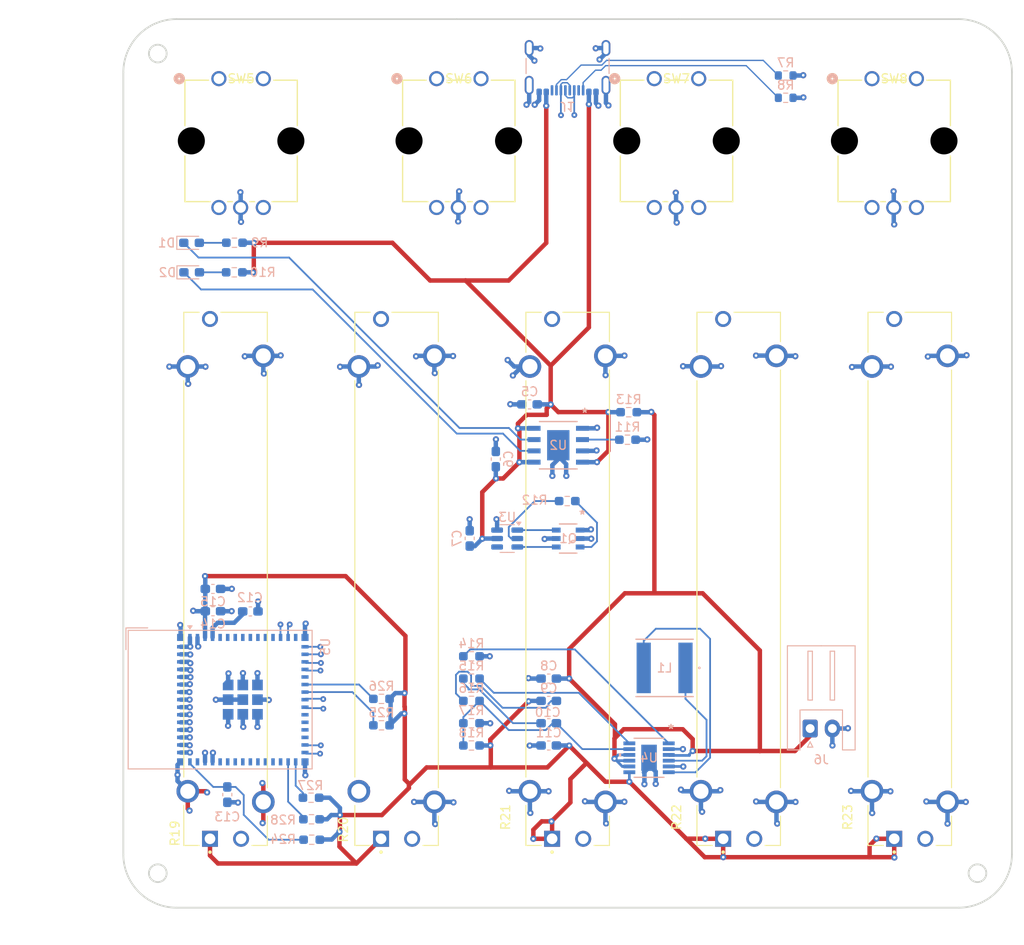
<source format=kicad_pcb>
(kicad_pcb (version 20240108) (generator "pcbnew") (generator_version "8.0")
  (layers (0 "F.Cu" signal) (1 "In1.Cu" signal) (2 "In2.Cu" signal) (31 "B.Cu" signal) (34 "B.Paste" user) (35 "F.Paste" user) (36 "B.SilkS" user "B.Silkscreen") (37 "F.SilkS" user "F.Silkscreen") (38 "B.Mask" user) (39 "F.Mask" user) (44 "Edge.Cuts" user))
  (net 0 "")
  (net 11 "/BOOT")
  (net 12 "GND")
  (net 13 "/ESP32_EN")
  (net 14 "VBUS")
  (net 15 "BAT+")
  (net 16 "Net-(C9-Pad1)")
  (net 17 "Net-(U4-FB)")
  (net 18 "Net-(C10-Pad1)")
  (net 19 "Net-(D1-A)")
  (net 20 "Net-(D1-K)")
  (net 21 "Net-(D2-A)")
  (net 22 "Net-(D2-K)")
  (net 23 "USB_P")
  (net 24 "USB_N")
  (net 25 "Net-(J1-CC2)")
  (net 28 "Net-(J1-CC1)")
  (net 29 "Net-(U5-IO18)")
  (net 30 "Net-(U5-IO17)")
  (net 31 "Net-(U5-IO35)")
  (net 32 "Net-(U5-IO36)")
  (net 33 "R1B")
  (net 34 "R1A")
  (net 35 "R2A")
  (net 36 "R2B")
  (net 37 "R3A")
  (net 38 "R3B")
  (net 39 "R4A")
  (net 40 "R4B")
  (net 42 "Net-(U5-IO6)")
  (net 45 "TX")
  (net 48 "RX")
  (net 50 "Net-(U4-SW1)")
  (net 51 "Net-(U4-SW2)")
  (net 52 "Net-(Q1-S2)")
  (net 53 "Net-(Q1-G2)")
  (net 54 "Net-(Q1-G1)")
  (net 58 "Net-(U5-IO5)")
  (net 60 "Net-(U2-PROG)")
  (net 61 "Net-(U3-CS)")
  (net 62 "Net-(U4-RT)")
  (net 63 "Net-(U4-VC)")
  (net 67 "Net-(U5-IO3)")
  (net 68 "Net-(U5-IO4)")
  (net 69 "+3V3")
  (footprint "45mm_Slide_PTA:TRIM_PTA4543-2015CPB102" (layer "F.Cu") (at 163.09 105.02 90)
    (property "Reference" "R22")
    (property "Value" "PTA4543-2015CPB102")
  )
  (footprint "Test_Encoder:PEC12R-4x15F-Sxxxx_BRN" (layer "F.Cu") (at 153.59 48.724451)
    (property "Reference" "SW7")
    (property "Value" "RotaryEncoder")
  )
  (footprint "Test_Encoder:PEC12R-4x15F-Sxxxx_BRN" (layer "F.Cu") (at 104.59 48.724451)
    (property "Reference" "SW5")
    (property "Value" "RotaryEncoder")
  )
  (footprint "Test_Encoder:PEC12R-4x15F-Sxxxx_BRN" (layer "F.Cu") (at 129.09 48.724451)
    (property "Reference" "SW6")
    (property "Value" "RotaryEncoder")
  )
  (footprint "Test_Encoder:PEC12R-4x15F-Sxxxx_BRN" (layer "F.Cu") (at 178.09 48.724451)
    (property "Reference" "SW8")
    (property "Value" "RotaryEncoder")
  )
  (footprint "45mm_Slide_PTA:TRIM_PTA4543-2015CPB102" (layer "F.Cu") (at 105.34 105.02 90)
    (property "Reference" "R19")
    (property "Value" "PTA4543-2015CPB102")
  )
  (footprint "45mm_Slide_PTA:TRIM_PTA4543-2015CPB102" (layer "F.Cu") (at 143.84 105.02 90)
    (property "Reference" "R21")
    (property "Value" "PTA4543-2015CPB102")
  )
  (footprint "45mm_Slide_PTA:TRIM_PTA4543-2015CPB102" (layer "F.Cu") (at 124.59 105.02 90)
    (property "Reference" "R20")
    (property "Value" "PTA4543-2015CPB102")
  )
  (footprint "45mm_Slide_PTA:TRIM_PTA4543-2015CPB102" (layer "F.Cu") (at 182.34 105.02 90)
    (property "Reference" "R23")
    (property "Value" "PTA4543-2015CPB102")
  )
  (footprint "Resistor_SMD:R_0603_1608Metric_Pad0.98x0.95mm_HandSolder" (layer "B.Cu") (at 133.0125 116.24 180)
    (property "Reference" "R15")
    (property "Value" "49K9")
  )
  (footprint "Resistor_SMD:R_0603_1608Metric_Pad0.98x0.95mm_HandSolder" (layer "B.Cu") (at 122.886573 118.523427 180)
    (property "Reference" "R26")
    (property "Value" "10k")
  )
  (footprint "Capacitor_SMD:C_0603_1608Metric_Pad1.08x0.95mm_HandSolder" (layer "B.Cu") (at 141.7125 116.24 180)
    (property "Reference" "C8")
    (property "Value" "10uF")
  )
  (footprint "Capacitor_SMD:C_0603_1608Metric_Pad1.08x0.95mm_HandSolder" (layer "B.Cu") (at 108.131573 108.68)
    (property "Reference" "C12")
    (property "Value" ".1uF")
  )
  (footprint "Resistor_SMD:R_0603_1608Metric_Pad0.98x0.95mm_HandSolder" (layer "B.Cu") (at 106.32 70.52 180)
    (property "Reference" "R10")
    (property "Value" "1K")
  )
  (footprint "Resistor_SMD:R_0603_1608Metric_Pad0.98x0.95mm_HandSolder" (layer "B.Cu") (at 133.0125 121.26 180)
    (property "Reference" "R17")
    (property "Value" "221K")
  )
  (footprint "Capacitor_SMD:C_0603_1608Metric_Pad1.08x0.95mm_HandSolder" (layer "B.Cu") (at 141.7125 121.26)
    (property "Reference" "C10")
    (property "Value" "220pF")
  )
  (footprint "LED_SMD:LED_0603_1608Metric_Pad1.05x0.95mm_HandSolder" (layer "B.Cu") (at 101.514999 67.2)
    (property "Reference" "D1")
    (property "Value" "LED_Small")
  )
  (footprint "Package_TO_SOT_SMD:SOT-23-6" (layer "B.Cu") (at 137.0372 100.479998 180)
    (property "Reference" "U3")
    (property "Value" "DW01A")
  )
  (footprint "Resistor_SMD:R_0603_1608Metric_Pad0.98x0.95mm_HandSolder" (layer "B.Cu") (at 114.961573 129.648427 180)
    (property "Reference" "R27")
    (property "Value" "10k")
  )
  (footprint "Resistor_SMD:R_0603_1608Metric_Pad0.98x0.95mm_HandSolder" (layer "B.Cu") (at 143.7925 96.26)
    (property "Reference" "R12")
    (property "Value" "100k")
  )
  (footprint "Capacitor_SMD:C_0603_1608Metric_Pad1.08x0.95mm_HandSolder" (layer "B.Cu") (at 132.8175 100.462501 -90)
    (property "Reference" "C7")
    (property "Value" ".1uF")
  )
  (footprint "Resistor_SMD:R_0603_1608Metric_Pad0.98x0.95mm_HandSolder" (layer "B.Cu") (at 115.011573 132.073427 180)
    (property "Reference" "R28")
    (property "Value" "10k")
  )
  (footprint "Capacitor_SMD:C_0603_1608Metric_Pad1.08x0.95mm_HandSolder" (layer "B.Cu") (at 103.921573 106.15)
    (property "Reference" "C15")
    (property "Value" "10uF")
  )
  (footprint "NR6028T4R7M:IND_TAIYO_NR6028_TAY" (layer "B.Cu") (at 154.75 115.04 180)
    (property "Reference" "L1")
    (property "Value" "4.7uH")
  )
  (footprint "Capacitor_SMD:C_0603_1608Metric_Pad1.08x0.95mm_HandSolder" (layer "B.Cu") (at 135.755 91.54 90)
    (property "Reference" "C6")
    (property "Value" "10uF")
  )
  (footprint "Capacitor_SMD:C_0603_1608Metric_Pad1.08x0.95mm_HandSolder" (layer "B.Cu") (at 141.7125 118.75 180)
    (property "Reference" "C9")
    (property "Value" "47uF")
  )
  (footprint "Resistor_SMD:R_0603_1608Metric_Pad0.98x0.95mm_HandSolder" (layer "B.Cu") (at 122.886573 121.498427 180)
    (property "Reference" "R25")
    (property "Value" "10k")
  )
  (footprint "Capacitor_SMD:C_0603_1608Metric_Pad1.08x0.95mm_HandSolder" (layer "B.Cu") (at 103.921573 108.66)
    (property "Reference" "C14")
    (property "Value" ".1uF")
  )
  (footprint "Resistor_SMD:R_0603_1608Metric" (layer "B.Cu") (at 168.375 50.88 180)
    (property "Reference" "R8")
    (property "Value" "5k1")
  )
  (footprint "Capacitor_SMD:C_0603_1608Metric_Pad1.08x0.95mm_HandSolder" (layer "B.Cu") (at 141.7125 123.77 180)
    (property "Reference" "C11")
    (property "Value" "22pF")
  )
  (footprint "RF_Module:ESP32-S2-MINI-1" (layer "B.Cu") (at 104.731573 118.61 -90)
    (property "Reference" "U5")
    (property "Value" "ESP32-S3-MINI-1")
  )
  (footprint "LTC3536EMSE_PBF:MSOP-12_MSE_LIT" (layer "B.Cu") (at 152.998794 125.1538 180)
    (property "Reference" "U4")
    (property "Value" "LTC3536EMSE-PBF")
  )
  (footprint "Resistor_SMD:R_0603_1608Metric_Pad0.98x0.95mm_HandSolder" (layer "B.Cu") (at 150.5725 89.36 180)
    (property "Reference" "R11")
    (property "Value" "1K3")
  )
  (footprint "Resistor_SMD:R_0603_1608Metric_Pad0.98x0.95mm_HandSolder" (layer "B.Cu") (at 133.0125 113.73 180)
    (property "Reference" "R14")
    (property "Value" "332k")
  )
  (footprint "Resistor_SMD:R_0603_1608Metric_Pad0.98x0.95mm_HandSolder" (layer "B.Cu") (at 150.7125 86.26 180)
    (property "Reference" "R13")
    (property "Value" "100")
  )
  (footprint "Resistor_SMD:R_0603_1608Metric" (layer "B.Cu") (at 168.375 48.37 180)
    (property "Reference" "R7")
    (property "Value" "5k1")
  )
  (footprint "LED_SMD:LED_0603_1608Metric_Pad1.05x0.95mm_HandSolder" (layer "B.Cu") (at 101.53 70.52)
    (property "Reference" "D2")
    (property "Value" "LED_Small")
  )
  (footprint "Connector_USB:USB_C_Receptacle_GCT_USB4105-xx-A_16P_TopMnt_Horizontal" (layer "B.Cu") (at 143.83 46.355)
    (property "Reference" "J1")
    (property "Value" "USB_C_Receptacle_USB2.0_16P")
  )
  (footprint "Connector_JST:JST_XH_S2B-XH-A_1x02_P2.50mm_Horizontal" (layer "B.Cu") (at 171.13 121.86)
    (property "Reference" "J6")
    (property "Value" "Conn_01x02_Socket")
  )
  (footprint "Resistor_SMD:R_0603_1608Metric_Pad0.98x0.95mm_HandSolder" (layer "B.Cu") (at 106.34 67.19 180)
    (property "Reference" "R9")
    (property "Value" "1K")
  )
  (footprint "TP4056:ESOP8_TPW" (layer "B.Cu") (at 142.785 89.98 180)
    (property "Reference" "U2")
    (property "Value" "TP4056")
  )
  (footprint "Resistor_SMD:R_0603_1608Metric_Pad0.98x0.95mm_HandSolder" (layer "B.Cu") (at 133.0125 123.77 180)
    (property "Reference" "R18")
    (property "Value" "1000k")
  )
  (footprint "Capacitor_SMD:C_0603_1608Metric_Pad1.08x0.95mm_HandSolder" (layer "B.Cu") (at 139.555 85.38 180)
    (property "Reference" "C5")
    (property "Value" "10uF")
  )
  (footprint "Capacitor_SMD:C_0603_1608Metric_Pad1.08x0.95mm_HandSolder" (layer "B.Cu") (at 105.536573 129.298427 -90)
    (property "Reference" "C13")
    (property "Value" ".1uF")
  )
  (footprint "Resistor_SMD:R_0603_1608Metric_Pad0.98x0.95mm_HandSolder" (layer "B.Cu") (at 133.0125 118.75 180)
    (property "Reference" "R16")
    (property "Value" "6K49")
  )
  (footprint "FS8205A:SOT-23-6L_TCP" (layer "B.Cu") (at 143.89735 100.479999 180)
    (property "Reference" "Q1")
    (property "Value" "FS8205A")
  )
  (footprint "Resistor_SMD:R_0603_1608Metric_Pad0.98x0.95mm_HandSolder" (layer "B.Cu") (at 115.036573 134.373427 180)
    (property "Reference" "R24")
    (property "Value" "10K")
  )
  (gr_line (start 93.836573 48.023427) (end 93.836573 136.023428) (stroke (width 0.2)) (layer "Edge.Cuts"))
  (gr_arc (start 99.836572 142.023427) (mid 95.593932 140.266068) (end 93.836573 136.023428) (stroke (width 0.2)) (layer "Edge.Cuts"))
  (gr_line (start 187.836545 42.023427) (end 156.336573 42.023427) (stroke (width 0.2)) (layer "Edge.Cuts"))
  (gr_circle (center 97.715253 45.902107) (end 98.715253 45.902107) (stroke (width 0.2)) (fill none) (layer "Edge.Cuts"))
  (gr_line (start 131.336573 42.023427) (end 99.836567 42.023427) (stroke (width 0.2)) (layer "Edge.Cuts"))
  (gr_arc (start 93.836573 48.023427) (mid 95.593928 43.780787) (end 99.836567 42.023427) (stroke (width 0.2)) (layer "Edge.Cuts"))
  (gr_line (start 193.836573 136.023494) (end 193.836573 48.023454) (stroke (width 0.2)) (layer "Edge.Cuts"))
  (gr_circle (center 97.715252 138.144747) (end 98.715252 138.144747) (stroke (width 0.2)) (fill none) (layer "Edge.Cuts"))
  (gr_line (start 156.336573 42.023427) (end 131.336573 42.023427) (stroke (width 0.2)) (layer "Edge.Cuts"))
  (gr_circle (center 189.957894 138.144747) (end 190.957894 138.144747) (stroke (width 0.2)) (fill none) (layer "Edge.Cuts"))
  (gr_arc (start 193.836573 136.023494) (mid 192.079232 140.266091) (end 187.836635 142.023427) (stroke (width 0.2)) (layer "Edge.Cuts"))
  (gr_arc (start 187.836545 42.023427) (mid 192.079205 43.780794) (end 193.836573 48.023454) (stroke (width 0.2)) (layer "Edge.Cuts"))
  (gr_line (start 99.836572 142.023427) (end 187.836635 142.023427) (stroke (width 0.2)) (layer "Edge.Cuts"))
  (segment (start 103.881573 111.61) (end 103.881573 110.53) (width 0.5) (layer "B.Cu") (net 11))
  (segment (start 107.269072 109.002501) (end 107.269072 108.68) (width 0.5) (layer "B.Cu") (net 11))
  (segment (start 106.311573 109.96) (end 107.269072 109.002501) (width 0.5) (layer "B.Cu") (net 11))
  (segment (start 103.881573 110.53) (end 104.451573 109.96) (width 0.5) (layer "B.Cu") (net 11))
  (segment (start 104.451573 109.96) (end 106.311573 109.96) (width 0.5) (layer "B.Cu") (net 11))
  (segment (start 109.59 128.101854) (end 109.486573 127.998427) (width 0.5) (layer "F.Cu") (net 12))
  (segment (start 101.09 130.901854) (end 101.286573 131.098427) (width 0.5) (layer "F.Cu") (net 12))
  (segment (start 109.59 130.12) (end 109.59 128.101854) (width 0.5) (layer "F.Cu") (net 12))
  (segment (start 101.09 128.92) (end 101.09 130.901854) (width 0.5) (layer "F.Cu") (net 12))
  (segment (start 109.59 130.12) (end 109.59 132.42) (width 0.5) (layer "F.Cu") (net 12))
  (segment (start 109.59 132.42) (end 109.511573 132.498427) (width 0.5) (layer "F.Cu") (net 12))
  (segment (start 101.09 128.92) (end 103.133146 128.92) (width 0.5) (layer "F.Cu") (net 12))
  (segment (start 103.133146 128.92) (end 103.261573 129.048427) (width 0.5) (layer "F.Cu") (net 12))
  (via (at 147.43 46.57) (size 0.7) (drill 0.3) (layers "F.Cu" "B.Cu") (net 12))
  (via (at 139.64 131.36) (size 0.7) (drill 0.3) (layers "F.Cu" "B.Cu") (net 12))
  (via (at 184.38 80) (size 0.7) (drill 0.3) (layers "F.Cu" "B.Cu") (net 12))
  (via (at 147.3 51.76) (size 0.7) (drill 0.3) (layers "F.Cu" "B.Cu") (net 12))
  (via (at 153.75 128.09) (size 0.7) (drill 0.3) (layers "F.Cu" "B.Cu") (net 12))
  (via (at 101.331573 124.56) (size 0.7) (drill 0.3) (layers "F.Cu" "B.Cu") (net 12))
  (via (at 130.94 79.94) (size 0.7) (drill 0.3) (layers "F.Cu" "B.Cu") (net 12))
  (via (at 139.43 116.19) (size 0.7) (drill 0.3) (layers "F.Cu" "B.Cu") (net 12))
  (via (at 180.59 65.13) (size 0.7) (drill 0.3) (layers "F.Cu" "B.Cu") (net 12))
  (via (at 107.51 79.97) (size 0.7) (drill 0.3) (layers "F.Cu" "B.Cu") (net 12))
  (via (at 107.331573 121.67) (size 0.7) (drill 0.3) (layers "F.Cu" "B.Cu") (net 12))
  (via (at 128.94 132.61) (size 0.7) (drill 0.3) (layers "F.Cu" "B.Cu") (net 12))
  (via (at 148.11 82.09) (size 0.7) (drill 0.3) (layers "F.Cu" "B.Cu") (net 12))
  (via (at 165.04 79.89) (size 0.7) (drill 0.3) (layers "F.Cu" "B.Cu") (net 12))
  (via (at 145.79 130.05) (size 0.7) (drill 0.3) (layers "F.Cu" "B.Cu") (net 12))
  (via (at 103.08 81.14) (size 0.7) (drill 0.3) (layers "F.Cu" "B.Cu") (net 12))
  (via (at 156.83 81.09) (size 0.7) (drill 0.3) (layers "F.Cu" "B.Cu") (net 12))
  (via (at 118.23 81.15) (size 0.7) (drill 0.3) (layers "F.Cu" "B.Cu") (net 12))
  (via (at 122.46 80.99) (size 0.7) (drill 0.3) (layers "F.Cu" "B.Cu") (net 12))
  (via (at 101.331573 121.99) (size 0.7) (drill 0.3) (layers "F.Cu" "B.Cu") (net 12))
  (via (at 110.201573 118.65) (size 0.7) (drill 0.3) (layers "F.Cu" "B.Cu") (net 12))
  (via (at 146.46 99.45) (size 0.7) (drill 0.3) (layers "F.Cu" "B.Cu") (net 12))
  (via (at 101.13 83.07) (size 0.7) (drill 0.3) (layers "F.Cu" "B.Cu") (net 12))
  (via (at 109.66 81.91) (size 0.7) (drill 0.3) (layers "F.Cu" "B.Cu") (net 12))
  (via (at 140.76 45.33) (size 0.7) (drill 0.3) (layers "F.Cu" "B.Cu") (net 12))
  (via (at 141.69 128.92) (size 0.7) (drill 0.3) (layers "F.Cu" "B.Cu") (net 12))
  (via (at 109.486573 127.998427) (size 0.7) (drill 0.3) (layers "F.Cu" "B.Cu") (net 12))
  (via (at 103.261573 129.048427) (size 0.7) (drill 0.3) (layers "F.Cu" "B.Cu") (net 12))
  (via (at 184.21 130.07) (size 0.7) (drill 0.3) (layers "F.Cu" "B.Cu") (net 12))
  (via (at 146.49 100.5) (size 0.7) (drill 0.3) (layers "F.Cu" "B.Cu") (net 12))
  (via (at 101.271573 117.76) (size 0.7) (drill 0.3) (layers "F.Cu" "B.Cu") (net 12))
  (via (at 139.57 123.78) (size 0.7) (drill 0.3) (layers "F.Cu" "B.Cu") (net 12))
  (via (at 180.52 61.41) (size 0.7) (drill 0.3) (layers "F.Cu" "B.Cu") (net 12))
  (via (at 102.261573 112.63) (size 0.7) (drill 0.3) (layers "F.Cu" "B.Cu") (net 12))
  (via (at 101.291573 118.61) (size 0.7) (drill 0.3) (layers "F.Cu" "B.Cu") (net 12))
  (via (at 156.59 128.74) (size 0.7) (drill 0.3) (layers "F.Cu" "B.Cu") (net 12))
  (via (at 156.85 126.14) (size 0.7) (drill 0.3) (layers "F.Cu" "B.Cu") (net 12))
  (via (at 101.321573 116.87) (size 0.7) (drill 0.3) (layers "F.Cu" "B.Cu") (net 12))
  (via (at 140.13 51.66) (size 0.7) (drill 0.3) (layers "F.Cu" "B.Cu") (net 12))
  (via (at 147.15 88.01) (size 0.7) (drill 0.3) (layers "F.Cu" "B.Cu") (net 12))
  (via (at 111.54 79.87) (size 0.7) (drill 0.3) (layers "F.Cu" "B.Cu") (net 12))
  (via (at 147 45.31) (size 0.7) (drill 0.3) (layers "F.Cu" "B.Cu") (net 12))
  (via (at 170.35 48.34) (size 0.7) (drill 0.3) (layers "F.Cu" "B.Cu") (net 12))
  (via (at 131.52 64.79) (size 0.7) (drill 0.3) (layers "F.Cu" "B.Cu") (net 12))
  (via (at 99.936573 127.073427) (size 0.7) (drill 0.3) (layers "F.Cu" "B.Cu") (net 12))
  (via (at 114.321573 127.12) (size 0.7) (drill 0.3) (layers "F.Cu" "B.Cu") (net 12))
  (via (at 101.361573 113.53) (size 0.7) (drill 0.3) (layers "F.Cu" "B.Cu") (net 12))
  (via (at 148.17 132.54) (size 0.7) (drill 0.3) (layers "F.Cu" "B.Cu") (net 12))
  (via (at 114.356573 110.05) (size 0.7) (drill 0.3) (layers "F.Cu" "B.Cu") (net 12))
  (via (at 152.48 128.12) (size 0.7) (drill 0.3) (layers "F.Cu" "B.Cu") (net 12))
  (via (at 178.11 131.37) (size 0.7) (drill 0.3) (layers "F.Cu" "B.Cu") (net 12))
  (via (at 135.77 89.32) (size 0.7) (drill 0.3) (layers "F.Cu" "B.Cu") (net 12))
  (via (at 188.64 130.12) (size 0.7) (drill 0.3) (layers "F.Cu" "B.Cu") (net 12))
  (via (at 135.83 98.31) (size 0.7) (drill 0.3) (layers "F.Cu" "B.Cu") (net 12))
  (via (at 130.99 130.17) (size 0.7) (drill 0.3) (layers "F.Cu" "B.Cu") (net 12))
  (via (at 158.97 131.23) (size 0.7) (drill 0.3) (layers "F.Cu" "B.Cu") (net 12))
  (via (at 101.361573 112.64) (size 0.7) (drill 0.3) (layers "F.Cu" "B.Cu") (net 12))
  (via (at 180.16 128.93) (size 0.7) (drill 0.3) (layers "F.Cu" "B.Cu") (net 12))
  (via (at 147.09 90.57) (size 0.7) (drill 0.3) (layers "F.Cu" "B.Cu") (net 12))
  (via (at 103.031573 124.59) (size 0.7) (drill 0.3) (layers "F.Cu" "B.Cu") (net 12))
  (via (at 180.22 81.14) (size 0.7) (drill 0.3) (layers "F.Cu" "B.Cu") (net 12))
  (via (at 107.301573 115.63) (size 0.7) (drill 0.3) (layers "F.Cu" "B.Cu") (net 12))
  (via (at 126.56 130.12) (size 0.7) (drill 0.3) (layers "F.Cu" "B.Cu") (net 12))
  (via (at 105.671573 115.66) (size 0.7) (drill 0.3) (layers "F.Cu" "B.Cu") (net 12))
  (via (at 126.78 79.97) (size 0.7) (drill 0.3) (layers "F.Cu" "B.Cu") (net 12))
  (via (at 99.02 81.13) (size 0.7) (drill 0.3) (layers "F.Cu" "B.Cu") (net 12))
  (via (at 152.8 89.33) (size 0.7) (drill 0.3) (layers "F.Cu" "B.Cu") (net 12))
  (via (at 141.25 100.53) (size 0.7) (drill 0.3) (layers "F.Cu" "B.Cu") (net 12))
  (via (at 107.01 61.51) (size 0.7) (drill 0.3) (layers "F.Cu" "B.Cu") (net 12))
  (via (at 108.931573 121.67) (size 0.7) (drill 0.3) (layers "F.Cu" "B.Cu") (net 12))
  (via (at 100.241573 110.21) (size 0.7) (drill 0.3) (layers "F.Cu" "B.Cu") (net 12))
  (via (at 108.931573 115.63) (size 0.7) (drill 0.3) (layers "F.Cu" "B.Cu") (net 12))
  (via (at 135.07 113.73) (size 0.7) (drill 0.3) (layers "F.Cu" "B.Cu") (net 12))
  (via (at 109.001573 107.57) (size 0.7) (drill 0.3) (layers "F.Cu" "B.Cu") (net 12))
  (via (at 101.371573 115.3) (size 0.7) (drill 0.3) (layers "F.Cu" "B.Cu") (net 12))
  (via (at 173.64 123.77) (size 0.7) (drill 0.3) (layers "F.Cu" "B.Cu") (net 12))
  (via (at 167.43 132.56) (size 0.7) (drill 0.3) (layers "F.Cu" "B.Cu") (net 12))
  (via (at 101.381573 116.08) (size 0.7) (drill 0.3) (layers "F.Cu" "B.Cu") (net 12))
  (via (at 101.301573 121.16) (size 0.7) (drill 0.3) (layers "F.Cu" "B.Cu") (net 12))
  (via (at 135.12 121.27) (size 0.7) (drill 0.3) (layers "F.Cu" "B.Cu") (net 12))
  (via (at 101.311573 119.47) (size 0.7) (drill 0.3) (layers "F.Cu" "B.Cu") (net 12))
  (via (at 169.48 130.12) (size 0.7) (drill 0.3) (layers "F.Cu" "B.Cu") (net 12))
  (via (at 175.38 121.83) (size 0.7) (drill 0.3) (layers "F.Cu" "B.Cu") (net 12))
  (via (at 106.021573 108.65) (size 0.7) (drill 0.3) (layers "F.Cu" "B.Cu") (net 12))
  (via (at 105.621573 121.55) (size 0.7) (drill 0.3) (layers "F.Cu" "B.Cu") (net 12))
  (via (at 107.08 64.84) (size 0.7) (drill 0.3) (layers "F.Cu" "B.Cu") (net 12))
  (via (at 143.69 93.43) (size 0.7) (drill 0.3) (layers "F.Cu" "B.Cu") (net 12))
  (via (at 142.12 93.43) (size 0.7) (drill 0.3) (layers "F.Cu" "B.Cu") (net 12))
  (via (at 137.26 128.87) (size 0.7) (drill 0.3) (layers "F.Cu" "B.Cu") (net 12))
  (via (at 175.84 81.18) (size 0.7) (drill 0.3) (layers "F.Cu" "B.Cu") (net 12))
  (via (at 156.01 61.56) (size 0.7) (drill 0.3) (layers "F.Cu" "B.Cu") (net 12))
  (via (at 140.1 46.7) (size 0.7) (drill 0.3) (layers "F.Cu" "B.Cu") (net 12))
  (via (at 101.311573 122.86) (size 0.7) (drill 0.3) (layers "F.Cu" "B.Cu") (net 12))
  (via (at 104.251573 118.62) (size 0.7) (drill 0.3) (layers "F.Cu" "B.Cu") (net 12))
  (via (at 101.286573 131.098427) (size 0.7) (drill 0.3) (layers "F.Cu" "B.Cu") (net 12))
  (via (at 139.21 51.66) (size 0.7) (drill 0.3) (layers "F.Cu" "B.Cu") (net 12))
  (via (at 103.921573 124.59) (size 0.7) (drill 0.3) (layers "F.Cu" "B.Cu") (net 12))
  (via (at 128.89 81.86) (size 0.7) (drill 0.3) (layers "F.Cu" "B.Cu") (net 12))
  (via (at 109.511573 132.498427) (size 0.7) (drill 0.3) (layers "F.Cu" "B.Cu") (net 12))
  (via (at 137.39 85.36) (size 0.7) (drill 0.3) (layers "F.Cu" "B.Cu") (net 12))
  (via (at 161.02 128.79) (size 0.7) (drill 0.3) (layers "F.Cu" "B.Cu") (net 12))
  (via (at 161.1 81.07) (size 0.7) (drill 0.3) (layers "F.Cu" "B.Cu") (net 12))
  (via (at 156.81 124.18) (size 0.7) (drill 0.3) (layers "F.Cu" "B.Cu") (net 12))
  (via (at 170.37 50.84) (size 0.7) (drill 0.3) (layers "F.Cu" "B.Cu") (net 12))
  (via (at 169.46 79.96) (size 0.7) (drill 0.3) (layers "F.Cu" "B.Cu") (net 12))
  (via (at 188.73 79.85) (size 0.7) (drill 0.3) (layers "F.Cu" "B.Cu") (net 12))
  (via (at 148.43 51.74) (size 0.7) (drill 0.3) (layers "F.Cu" "B.Cu") (net 12))
  (via (at 156.11 64.92) (size 0.7) (drill 0.3) (layers "F.Cu" "B.Cu") (net 12))
  (via (at 137.09 80.39) (size 0.7) (drill 0.3) (layers "F.Cu" "B.Cu") (net 12))
  (via (at 101.371573 114.51) (size 0.7) (drill 0.3) (layers "F.Cu" "B.Cu") (net 12))
  (via (at 150.22 130.1) (size 0.7) (drill 0.3) (layers "F.Cu" "B.Cu") (net 12))
  (via (at 132.81 98.31) (size 0.7) (drill 0.3) (layers "F.Cu" "B.Cu") (net 12))
  (via (at 137.68 82.13) (size 0.7) (drill 0.3) (layers "F.Cu" "B.Cu") (net 12))
  (via (at 101.301573 120.28) (size 0.7) (drill 0.3) (layers "F.Cu" "B.Cu") (net 12))
  (via (at 131.63 61.41) (size 0.7) (drill 0.3) (layers "F.Cu" "B.Cu") (net 12))
  (via (at 150.23 79.89) (size 0.7) (drill 0.3) (layers "F.Cu" "B.Cu") (net 12))
  (via (at 175.73 128.88) (size 0.7) (drill 0.3) (layers "F.Cu" "B.Cu") (net 12))
  (via (at 186.59 132.56) (size 0.7) (drill 0.3) (layers "F.Cu" "B.Cu") (net 12))
  (via (at 106.736573 130.198427) (size 0.7) (drill 0.3) (layers "F.Cu" "B.Cu") (net 12))
  (via (at 101.301573 123.75) (size 0.7) (drill 0.3) (layers "F.Cu" "B.Cu") (net 12))
  (via (at 120.36 83.19) (size 0.7) (drill 0.3) (layers "F.Cu" "B.Cu") (net 12))
  (via (at 165.05 130.07) (size 0.7) (drill 0.3) (layers "F.Cu" "B.Cu") (net 12))
  (via (at 106.041573 106.14) (size 0.7) (drill 0.3) (layers "F.Cu" "B.Cu") (net 12))
  (segment (start 101.09 83.03) (end 101.13 83.07) (width 0.5) (layer "B.Cu") (net 12))
  (segment (start 110.161573 118.61) (end 110.201573 118.65) (width 0.5) (layer "B.Cu") (net 12))
  (segment (start 167.34 130.12) (end 167.34 132.47) (width 0.5) (layer "B.Cu") (net 12))
  (segment (start 102.181573 111.61) (end 102.181573 112.55) (width 0.5) (layer "B.Cu") (net 12))
  (segment (start 156.04 63.224451) (end 156.04 64.85) (width 0.5) (layer "B.Cu") (net 12))
  (segment (start 169.42 79.92) (end 169.46 79.96) (width 0.5) (layer "B.Cu") (net 12))
  (segment (start 100.281573 123.71) (end 101.261573 123.71) (width 0.5) (layer "B.Cu") (net 12))
  (segment (start 180.15 128.92) (end 180.16 128.93) (width 0.5) (layer "B.Cu") (net 12))
  (segment (start 120.014073 128.53) (end 121.331573 128.53) (width 0.5) (layer "B.Cu") (net 12))
  (segment (start 128.84 130.12) (end 130.94 130.12) (width 0.5) (layer "B.Cu") (net 12))
  (segment (start 167.31 79.89) (end 167.34 79.92) (width 0.5) (layer "B.Cu") (net 12))
  (segment (start 156.04 64.85) (end 156.11 64.92) (width 0.5) (layer "B.Cu") (net 12))
  (segment (start 130.92 79.92) (end 130.94 79.94) (width 0.5) (layer "B.Cu") (net 12))
  (segment (start 158.84 131.1) (end 158.97 131.23) (width 0.5) (layer "B.Cu") (net 12))
  (segment (start 139.58 123.77) (end 139.57 123.78) (width 0.5) (layer "B.Cu") (net 12))
  (segment (start 128.84 130.12) (end 128.84 132.51) (width 0.5) (layer "B.Cu") (net 12))
  (segment (start 155.214944 124.17844) (end 156.80844 124.17844) (width 0.3) (layer "B.Cu") (net 12))
  (segment (start 184.26 130.12) (end 184.21 130.07) (width 0.5) (layer "B.Cu") (net 12))
  (segment (start 108.931573 116.96) (end 108.931573 115.63) (width 0.5) (layer "B.Cu") (net 12))
  (segment (start 143.67 92.1) (end 143.67 93.41) (width 0.5) (layer "B.Cu") (net 12))
  (segment (start 186.59 130.12) (end 186.59 132.56) (width 0.5) (layer "B.Cu") (net 12))
  (segment (start 139.51 45.28) (end 139.51 46.11) (width 0.5) (layer "B.Cu") (net 12))
  (segment (start 165.1 130.12) (end 165.05 130.07) (width 0.5) (layer "B.Cu") (net 12))
  (segment (start 143.67 93.41) (end 143.69 93.43) (width 0.5) (layer "B.Cu") (net 12))
  (segment (start 101.361573 116.06) (end 101.381573 116.08) (width 0.5) (layer "B.Cu") (net 12))
  (segment (start 101.261573 123.71) (end 101.301573 123.75) (width 0.5) (layer "B.Cu") (net 12))
  (segment (start 156.83 81.09) (end 158.81 81.09) (width 0.5) (layer "B.Cu") (net 12))
  (segment (start 178.09 81.12) (end 175.9 81.12) (width 0.5) (layer "B.Cu") (net 12))
  (segment (start 128.84 79.92) (end 128.84 81.81) (width 0.5) (layer "B.Cu") (net 12))
  (segment (start 180.2 81.12) (end 180.22 81.14) (width 0.5) (layer "B.Cu") (net 12))
  (segment (start 107.281573 121.62) (end 107.331573 121.67) (width 0.5) (layer "B.Cu") (net 12))
  (segment (start 100.281573 122.86) (end 101.311573 122.86) (width 0.5) (layer "B.Cu") (net 12))
  (segment (start 99.936573 127.073427) (end 99.936573 127.766573) (width 0.5) (layer "B.Cu") (net 12))
  (segment (start 175.9 81.12) (end 175.84 81.18) (width 0.5) (layer "B.Cu") (net 12))
  (segment (start 152.998794 125.1538) (end 152.998794 125.958794) (width 0.5) (layer "B.Cu") (net 12))
  (segment (start 101.221573 114.36) (end 101.371573 114.51) (width 0.5) (layer "B.Cu") (net 12))
  (segment (start 109.59 79.92) (end 109.59 81.84) (width 0.5) (layer "B.Cu") (net 12))
  (segment (start 148.09 132.46) (end 148.17 132.54) (width 0.5) (layer "B.Cu") (net 12))
  (segment (start 140.85 116.24) (end 139.48 116.24) (width 0.5) (layer "B.Cu") (net 12))
  (segment (start 148.09 79.92) (end 148.09 82.07) (width 0.5) (layer "B.Cu") (net 12))
  (segment (start 148.15 45.28) (end 148.15 45.85) (width 0.5) (layer "B.Cu") (net 12))
  (segment (start 107.04 63.224451) (end 107.04 64.8) (width 0.5) (layer "B.Cu") (net 12))
  (segment (start 138.6925 85.38) (end 137.41 85.38) (width 0.5) (layer "B.Cu") (net 12))
  (segment (start 169.2 48.37) (end 170.32 48.37) (width 0.5) (layer "B.Cu") (net 12))
  (segment (start 139.59 81.12) (end 138.69 81.12) (width 0.5) (layer "B.Cu") (net 12))
  (segment (start 104.261573 118.61) (end 104.251573 118.62) (width 0.5) (layer "B.Cu") (net 12))
  (segment (start 186.59 130.12) (end 188.64 130.12) (width 0.5) (layer "B.Cu") (net 12))
  (segment (start 120.34 81.12) (end 122.33 81.12) (width 0.5) (layer "B.Cu") (net 12))
  (segment (start 105.631573 118.61) (end 104.261573 118.61) (width 0.5) (layer "B.Cu") (net 12))
  (segment (start 100.281573 111.61) (end 100.281573 110.25) (width 0.5) (layer "B.Cu") (net 12))
  (segment (start 100.281573 119.46) (end 101.301573 119.46) (width 0.5) (layer "B.Cu") (net 12))
  (segment (start 152.998794 126.221206) (end 152.43 126.79) (width 0.5) (layer "B.Cu") (net 12))
  (segment (start 120.34 81.12) (end 118.26 81.12) (width 0.5) (layer "B.Cu") (net 12))
  (segment (start 128.84 79.92) (end 130.92 79.92) (width 0.5) (layer "B.Cu") (net 12))
  (segment (start 101.09 81.12) (end 99.03 81.12) (width 0.5) (layer "B.Cu") (net 12))
  (segment (start 99.03 81.12) (end 99.02 81.13) (width 0.5) (layer "B.Cu") (net 12))
  (segment (start 100.281573 115.21) (end 101.281573 115.21) (width 0.5) (layer "B.Cu") (net 12))
  (segment (start 99.936573 127.073427) (end 99.936573 125.955) (width 0.5) (layer "B.Cu") (net 12))
  (segment (start 99.936573 125.955) (end 100.281573 125.61) (width 0.5) (layer "B.Cu") (net 12))
  (segment (start 152.43 126.79) (end 152.48 126.84) (width 0.5) (layer "B.Cu") (net 12))
  (segment (start 114.281573 127.08) (end 114.321573 127.12) (width 0.5) (layer "B.Cu") (net 12))
  (segment (start 178.09 131.35) (end 178.11 131.37) (width 0.5) (layer "B.Cu") (net 12))
  (segment (start 140.71 45.28) (end 140.76 45.33) (width 0.5) (layer "B.Cu") (net 12))
  (segment (start 153.75 126.71) (end 153.75 128.09) (width 0.5) (layer "B.Cu") (net 12))
  (segment (start 107.04 64.8) (end 107.08 64.84) (width 0.5) (layer "B.Cu") (net 12))
  (segment (start 167.34 130.12) (end 169.48 130.12) (width 0.5) (layer "B.Cu") (net 12))
  (segment (start 100.281573 121.16) (end 101.301573 121.16) (width 0.5) (layer "B.Cu") (net 12))
  (segment (start 107.04 61.54) (end 107.01 61.51) (width 0.5) (layer "B.Cu") (net 12))
  (segment (start 100.281573 116.91) (end 101.281573 116.91) (width 0.5) (layer "B.Cu") (net 12))
  (segment (start 167.34 79.92) (end 169.42 79.92) (width 0.5) (layer "B.Cu") (net 12))
  (segment (start 120.34 81.12) (end 120.34 83.17) (width 0.5) (layer "B.Cu") (net 12))
  (segment (start 173.63 121.86) (end 175.35 121.86) (width 0.5) (layer "B.Cu") (net 12))
  (segment (start 186.59 79.92) (end 184.46 79.92) (width 0.5) (layer "B.Cu") (net 12))
  (segment (start 148.09 79.92) (end 150.2 79.92) (width 0.5) (layer "B.Cu") (net 12))
  (segment (start 133.925 113.73) (end 135.07 113.73) (width 0.5) (layer "B.Cu") (net 12))
  (segment (start 140.85 123.77) (end 139.58 123.77) (width 0.5) (layer "B.Cu") (net 12))
  (segment (start 145.50915 88.075) (end 147.085 88.075) (width 0.5) (layer "B.Cu") (net 12))
  (segment (start 156.04 61.59) (end 156.01 61.56) (width 0.5) (layer "B.Cu") (net 12))
  (segment (start 101.331572 111.61) (end 101.331572 112.609999) (width 0.5) (layer "B.Cu") (net 12))
  (segment (start 180.54 61.43) (end 180.52 61.41) (width 0.5) (layer "B.Cu") (net 12))
  (segment (start 158.81 81.09) (end 158.84 81.12) (width 0.5) (layer "B.Cu") (net 12))
  (segment (start 139.48 116.24) (end 139.43 116.19) (width 0.5) (layer "B.Cu") (net 12))
  (segment (start 105.631573 115.7) (end 105.671573 115.66) (width 0.5) (layer "B.Cu") (net 12))
  (segment (start 135.8997 99.529999) (end 135.8997 98.3797) (width 0.5) (layer "B.Cu") (net 12))
  (segment (start 152.77 89.36) (end 152.8 89.33) (width 0.5) (layer "B.Cu") (net 12))
  (segment (start 147.045 90.615) (end 147.09 90.57) (width 0.5) (layer "B.Cu") (net 12))
  (segment (start 105.631573 116.96) (end 105.631573 115.7) (width 0.5) (layer "B.Cu") (net 12))
  (segment (start 103.06 81.12) (end 103.08 81.14) (width 0.5) (layer "B.Cu") (net 12))
  (segment (start 167.34 130.12) (end 165.1 130.12) (width 0.5) (layer "B.Cu") (net 12))
  (segment (start 158.84 81.12) (end 161.05 81.12) (width 0.5) (layer "B.Cu") (net 12))
  (segment (start 147.03 51.49) (end 147.3 51.76) (width 0.5) (layer "B.Cu") (net 12))
  (segment (start 139.51 49.46) (end 139.51 51.36) (width 0.5) (layer "B.Cu") (net 12))
  (segment (start 137.82 81.12) (end 137.09 80.39) (width 0.5) (layer "B.Cu") (net 12))
  (segment (start 158.84 128.92) (end 156.77 128.92) (width 0.5) (layer "B.Cu") (net 12))
  (segment (start 126.83 79.92) (end 126.78 79.97) (width 0.5) (layer "B.Cu") (net 12))
  (segment (start 132.8175 99.6) (end 132.8175 98.3175) (width 0.5) (layer "B.Cu") (net 12))
  (segment (start 109.001573 107.57) (end 109.001573 108.672501) (width 0.5) (layer "B.Cu") (net 12))
  (segment (start 122.33 81.12) (end 122.46 80.99) (width 0.5) (layer "B.Cu") (net 12))
  (segment (start 139.59 131.31) (end 139.64 131.36) (width 0.5) (layer "B.Cu") (net 12))
  (segment (start 156.04 63.224451) (end 156.04 61.59) (width 0.5) (layer "B.Cu") (net 12))
  (segment (start 128.84 79.92) (end 126.83 79.92) (width 0.5) (layer "B.Cu") (net 12))
  (segment (start 100.281573 113.51) (end 101.341573 113.51) (width 0.5) (layer "B.Cu") (net 12))
  (segment (start 148.09 82.07) (end 148.11 82.09) (width 0.5) (layer "B.Cu") (net 12))
  (segment (start 152.998794 125.1538) (end 152.998794 126.221206) (width 0.5) (layer "B.Cu") (net 12))
  (segment (start 131.54 64.77) (end 131.52 64.79) (width 0.5) (layer "B.Cu") (net 12))
  (segment (start 139.59 128.92) (end 141.69 128.92) (width 0.5) (layer "B.Cu") (net 12))
  (segment (start 106.699074 130.160928) (end 106.736573 130.198427) (width 0.5) (layer "B.Cu") (net 12))
  (segment (start 173.63 121.86) (end 173.63 123.76) (width 0.5) (layer "B.Cu") (net 12))
  (segment (start 100.281573 116.06) (end 101.361573 116.06) (width 0.5) (layer "B.Cu") (net 12))
  (segment (start 152.48 126.84) (end 152.48 128.12) (width 0.5) (layer "B.Cu") (net 12))
  (segment (start 178.09 81.12) (end 180.2 81.12) (width 0.5) (layer "B.Cu") (net 12))
  (segment (start 118.26 81.12) (end 118.23 81.15) (width 0.5) (layer "B.Cu") (net 12))
  (segment (start 148.09 130.12) (end 150.2 130.12) (width 0.5) (layer "B.Cu") (net 12))
  (segment (start 151.485 89.36) (end 152.77 89.36) (width 0.5) (layer "B.Cu") (net 12))
  (segment (start 148.09 130.12) (end 148.09 132.46) (width 0.5) (layer "B.Cu") (net 12))
  (segment (start 135.755 89.335) (end 135.77 89.32) (width 0.5) (layer "B.Cu") (net 12))
  (segment (start 101.331572 112.609999) (end 101.361573 112.64) (width 0.5) (layer "B.Cu") (net 12))
  (segment (start 109.001573 108.672501) (end 108.994074 108.68) (width 0.5) (layer "B.Cu") (net 12))
  (segment (start 145.2372 100.479999) (end 146.469999 100.479999) (width 0.5) (layer "B.Cu") (net 12))
  (segment (start 101.341573 112.66) (end 101.361573 112.64) (width 0.5) (layer "B.Cu") (net 12))
  (segment (start 128.84 130.12) (end 126.56 130.12) (width 0.5) (layer "B.Cu") (net 12))
  (segment (start 135.755 90.677499) (end 135.755 89.335) (width 0.5) (layer "B.Cu") (net 12))
  (segment (start 132.8175 98.3175) (end 132.81 98.31) (width 0.5) (layer "B.Cu") (net 12))
  (segment (start 178.09 128.92) (end 175.77 128.92) (width 0.5) (layer "B.Cu") (net 12))
  (segment (start 148.15 45.85) (end 147.43 46.57) (width 0.5) (layer "B.Cu") (net 12))
  (segment (start 128.84 132.51) (end 128.94 132.61) (width 0.5) (layer "B.Cu") (net 12))
  (segment (start 107.281573 118.61) (end 105.631573 118.61) (width 0.5) (layer "B.Cu") (net 12))
  (segment (start 147.03 50.2325) (end 147.03 51.49) (width 0.5) (layer "B.Cu") (net 12))
  (segment (start 105.631573 120.26) (end 105.631573 121.54) (width 0.5) (layer "B.Cu") (net 12))
  (segment (start 142.785 91.545) (end 142.12 92.21) (width 0.5) (layer "B.Cu") (net 12))
  (segment (start 100.281573 112.66) (end 101.341573 112.66) (width 0.5) (layer "B.Cu") (net 12))
  (segment (start 186.59 130.12) (end 184.26 130.12) (width 0.5) (layer "B.Cu") (net 12))
  (segment (start 101.09 81.12) (end 101.09 83.03) (width 0.5) (layer "B.Cu") (net 12))
  (segment (start 186.59 79.92) (end 188.66 79.92) (width 0.5) (layer "B.Cu") (net 12))
  (segment (start 100.281573 120.31) (end 101.271573 120.31) (width 0.5) (layer "B.Cu") (net 12))
  (segment (start 152.998794 125.958794) (end 153.75 126.71) (width 0.5) (layer "B.Cu") (net 12))
  (segment (start 140.63 50.2325) (end 140.63 51.16) (width 0.5) (layer "B.Cu") (net 12))
  (segment (start 101.311573 122.01) (end 101.331573 121.99) (width 0.5) (layer "B.Cu") (net 12))
  (segment (start 142.785 89.98) (end 142.785 91.545) (width 0.5) (layer "B.Cu") (net 12))
  (segment (start 178.09 128.92) (end 178.09 131.35) (width 0.5) (layer "B.Cu") (net 12))
  (segment (start 114.281573 111.61) (end 114.281573 110.125) (width 0.5) (layer "B.Cu") (net 12))
  (segment (start 107.04 63.224451) (end 107.04 61.54) (width 0.5) (layer "B.Cu") (net 12))
  (segment (start 101.09 81.12) (end 103.06 81.12) (width 0.5) (layer "B.Cu") (net 12))
  (segment (start 114.281573 125.61) (end 114.281573 127.08) (width 0.5) (layer "B.Cu") (net 12))
  (segment (start 100.281573 110.25) (end 100.241573 110.21) (width 0.5) (layer "B.Cu") (net 12))
  (segment (start 105.631573 121.54) (end 105.621573 121.55) (width 0.5) (layer "B.Cu") (net 12))
  (segment (start 101.271573 120.31) (end 101.301573 120.28) (width 0.5) (layer "B.Cu") (net 12))
  (segment (start 146.380002 99.529998) (end 146.46 99.45) (width 0.5) (layer "B.Cu") (net 12))
  (segment (start 160.89 128.92) (end 161.02 128.79) (width 0.5) (layer "B.Cu") (net 12))
  (segment (start 139.59 81.12) (end 137.82 81.12) (width 0.5) (layer "B.Cu") (net 12))
  (segment (start 146.469999 100.479999) (end 146.49 100.5) (width 0.5) (layer "B.Cu") (net 12))
  (segment (start 145.50915 90.615) (end 147.045 90.615) (width 0.5) (layer "B.Cu") (net 12))
  (segment (start 104.784074 108.66) (end 106.011573 108.66) (width 0.5) (layer "B.Cu") (net 12))
  (segment (start 150.2 130.12) (end 150.22 130.1) (width 0.5) (layer "B.Cu") (net 12))
  (segment (start 130.94 130.12) (end 130.99 130.17) (width 0.5) (layer "B.Cu") (net 12))
  (segment (start 135.8997 98.3797) (end 135.83 98.31) (width 0.5) (layer "B.Cu") (net 12))
  (segment (start 148.15 51.46) (end 148.43 51.74) (width 0.5) (layer "B.Cu") (net 12))
  (segment (start 103.881573 124.63) (end 103.921573 124.59) (width 0.5) (layer "B.Cu") (net 12))
  (segment (start 169.2 50.88) (end 170.33 50.88) (width 0.5) (layer "B.Cu") (net 12))
  (segment (start 148.15 45.28) (end 147.03 45.28) (width 0.5) (layer "B.Cu") (net 12))
  (segment (start 161.05 81.12) (end 161.1 81.07) (width 0.5) (layer "B.Cu") (net 12))
  (segment (start 167.34 132.47) (end 167.43 132.56) (width 0.5) (layer "B.Cu") (net 12))
  (segment (start 105.536573 130.160928) (end 106.699074 130.160928) (width 0.5) (layer "B.Cu") (net 12))
  (segment (start 100.281573 118.61) (end 101.291573 118.61) (width 0.5) (layer "B.Cu") (net 12))
  (segment (start 114.281573 110.125) (end 114.356573 110.05) (width 0.5) (layer "B.Cu") (net 12))
  (segment (start 165.04 79.89) (end 167.31 79.89) (width 0.5) (layer "B.Cu") (net 12))
  (segment (start 103.031573 125.61) (end 103.031573 124.59) (width 0.5) (layer "B.Cu") (net 12))
  (segment (start 131.54 63.224451) (end 131.54 61.5) (width 0.5) (layer "B.Cu") (net 12))
  (segment (start 103.881573 125.61) (end 103.881573 124.63) (width 0.5) (layer "B.Cu") (net 12))
  (segment (start 139.59 128.92) (end 139.59 131.31) (width 0.5) (layer "B.Cu") (net 12))
  (segment (start 139.59 128.92) (end 137.31 128.92) (width 0.5) (layer "B.Cu") (net 12))
  (segment (start 138.69 81.12) (end 137.68 82.13) (width 0.5) (layer "B.Cu") (net 12))
  (segment (start 188.66 79.92) (end 188.73 79.85) (width 0.5) (layer "B.Cu") (net 12))
  (segment (start 107.56 79.92) (end 107.51 79.97) (width 0.5) (layer "B.Cu") (net 12))
  (segment (start 184.46 79.92) (end 184.38 80) (width 0.5) (layer "B.Cu") (net 12))
  (segment (start 100.281573 124.56) (end 101.331573 124.56) (width 0.5) (layer "B.Cu") (net 12))
  (segment (start 180.54 63.224451) (end 180.54 61.43) (width 0.5) (layer "B.Cu") (net 12))
  (segment (start 109.59 79.92) (end 107.56 79.92) (width 0.5) (layer "B.Cu") (net 12))
  (segment (start 99.936573 127.766573) (end 101.09 128.92) (width 0.5) (layer "B.Cu") (net 12))
  (segment (start 145.86 130.12) (end 145.79 130.05) (width 0.5) (layer "B.Cu") (net 12))
  (segment (start 148.15 49.46) (end 148.15 51.46) (width 0.5) (layer "B.Cu") (net 12))
  (segment (start 173.63 123.76) (end 173.64 123.77) (width 0.5) (layer "B.Cu") (net 12))
  (segment (start 142.785 89.98) (end 142.785 91.215) (width 0.5) (layer "B.Cu") (net 12))
  (segment (start 106.011573 108.66) (end 106.021573 108.65) (width 0.5) (layer "B.Cu") (net 12))
  (segment (start 158.84 128.92) (end 160.89 128.92) (width 0.5) (layer "B.Cu") (net 12))
  (segment (start 106.031573 106.15) (end 106.041573 106.14) (width 0.5) (layer "B.Cu") (net 12))
  (segment (start 180.54 65.08) (end 180.59 65.13) (width 0.5) (layer "B.Cu") (net 12))
  (segment (start 155.214944 126.12916) (end 156.83916 126.12916) (width 0.3) (layer "B.Cu") (net 12))
  (segment (start 101.281573 116.91) (end 101.321573 116.87) (width 0.5) (layer "B.Cu") (net 12))
  (segment (start 101.281573 115.21) (end 101.371573 115.3) (width 0.5) (layer "B.Cu") (net 12))
  (segment (start 150.2 79.92) (end 150.23 79.89) (width 0.5) (layer "B.Cu") (net 12))
  (segment (start 100.281573 122.01) (end 101.311573 122.01) (width 0.5) (layer "B.Cu") (net 12))
  (segment (start 158.84 128.92) (end 158.84 131.1) (width 0.5) (layer "B.Cu") (net 12))
  (segment (start 120.34 83.17) (end 120.36 83.19) (width 0.5) (layer "B.Cu") (net 12))
  (segment (start 139.51 46.11) (end 140.1 46.7) (width 0.5) (layer "B.Cu") (net 12))
  (segment (start 145.2372 99.529998) (end 146.380002 99.529998) (width 0.5) (layer "B.Cu") (net 12))
  (segment (start 140.63 51.16) (end 140.13 51.66) (width 0.5) (layer "B.Cu") (net 12))
  (segment (start 135.11 121.26) (end 135.12 121.27) (width 0.5) (layer "B.Cu") (net 12))
  (segment (start 109.59 81.84) (end 109.66 81.91) (width 0.5) (layer "B.Cu") (net 12))
  (segment (start 133.925 121.26) (end 135.11 121.26) (width 0.5) (layer "B.Cu") (net 12))
  (segment (start 148.09 130.12) (end 145.86 130.12) (width 0.5) (layer "B.Cu") (net 12))
  (segment (start 128.84 81.81) (end 128.89 81.86) (width 0.5) (layer "B.Cu") (net 12))
  (segment (start 101.341573 113.51) (end 101.361573 113.53) (width 0.5) (layer "B.Cu") (net 12))
  (segment (start 107.281573 116.96) (end 107.281573 115.65) (width 0.5) (layer "B.Cu") (net 12))
  (segment (start 102.181573 112.55) (end 102.261573 112.63) (width 0.5) (layer "B.Cu") (net 12))
  (segment (start 156.80844 124.17844) (end 156.81 124.18) (width 0.3) (layer "B.Cu") (net 12))
  (segment (start 142.5575 100.479999) (end 141.300001 100.479999) (width 0.5) (layer "B.Cu") (net 12))
  (segment (start 147.03 45.28) (end 147 45.31) (width 0.5) (layer "B.Cu") (net 12))
  (segment (start 156.77 128.92) (end 156.59 128.74) (width 0.5) (layer "B.Cu") (net 12))
  (segment (start 121.331573 128.53) (end 121.351573 128.55) (width 0.5) (layer "B.Cu") (net 12))
  (segment (start 141.300001 100.479999) (end 141.25 100.53) (width 0.5) (layer "B.Cu") (net 12))
  (segment (start 147.085 88.075) (end 147.15 88.01) (width 0.5) (layer "B.Cu") (net 12))
  (segment (start 142.785 91.215) (end 143.67 92.1) (width 0.5) (layer "B.Cu") (net 12))
  (segment (start 142.12 92.21) (end 142.12 93.43) (width 0.5) (layer "B.Cu") (net 12))
  (segment (start 107.281573 115.65) (end 107.301573 115.63) (width 0.5) (layer "B.Cu") (net 12))
  (segment (start 111.49 79.92) (end 111.54 79.87) (width 0.5) (layer "B.Cu") (net 12))
  (segment (start 137.41 85.38) (end 137.39 85.36) (width 0.5) (layer "B.Cu") (net 12))
  (segment (start 180.54 63.224451) (end 180.54 65.08) (width 0.5) (layer "B.Cu") (net 12))
  (segment (start 139.51 45.28) (end 140.71 45.28) (width 0.5) (layer "B.Cu") (net 12))
  (segment (start 175.35 121.86) (end 175.38 121.83) (width 0.5) (layer "B.Cu") (net 12))
  (segment (start 131.54 63.224451) (end 131.54 64.77) (width 0.5) (layer "B.Cu") (net 12))
  (segment (start 107.281573 120.26) (end 107.281573 121.62) (width 0.5) (layer "B.Cu") (net 12))
  (segment (start 109.59 79.92) (end 111.49 79.92) (width 0.5) (layer "B.Cu") (net 12))
  (segment (start 108.931572 118.61) (end 110.161573 118.61) (width 0.5) (layer "B.Cu") (net 12))
  (segment (start 156.83916 126.12916) (end 156.85 126.14) (width 0.3) (layer "B.Cu") (net 12))
  (segment (start 178.09 128.92) (end 180.15 128.92) (width 0.5) (layer "B.Cu") (net 12))
  (segment (start 131.54 61.5) (end 131.63 61.41) (width 0.5) (layer "B.Cu") (net 12))
  (segment (start 139.51 51.36) (end 139.21 51.66) (width 0.5) (layer "B.Cu") (net 12))
  (segment (start 108.931573 120.26) (end 108.931573 121.67) (width 0.5) (layer "B.Cu") (net 12))
  (segment (start 101.301573 119.46) (end 101.311573 119.47) (width 0.5) (layer "B.Cu") (net 12))
  (segment (start 175.77 128.92) (end 175.73 128.88) (width 0.5) (layer "B.Cu") (net 12))
  (segment (start 104.784074 106.15) (end 106.031573 106.15) (width 0.5) (layer "B.Cu") (net 12))
  (segment (start 100.281573 114.36) (end 101.221573 114.36) (width 0.5) (layer "B.Cu") (net 12))
  (segment (start 137.31 128.92) (end 137.26 128.87) (width 0.5) (layer "B.Cu") (net 12))
  (segment (start 100.281573 117.76) (end 101.271573 117.76) (width 0.5) (layer "B.Cu") (net 12))
  (segment (start 101.331572 125.81) (end 103.957498 128.435926) (width 0.2) (layer "B.Cu") (net 13))
  (segment (start 101.331572 125.61) (end 101.331572 125.81) (width 0.2) (layer "B.Cu") (net 13))
  (segment (start 103.957498 128.435926) (end 105.536573 128.435926) (width 0.2) (layer "B.Cu") (net 13))
  (segment (start 110.186573 134.373427) (end 114.124073 134.373427) (width 0.2) (layer "B.Cu") (net 13))
  (segment (start 106.474072 128.435926) (end 107.386573 129.348427) (width 0.2) (layer "B.Cu") (net 13))
  (segment (start 107.386573 131.573427) (end 110.186573 134.373427) (width 0.2) (layer "B.Cu") (net 13))
  (segment (start 107.386573 129.348427) (end 107.386573 131.573427) (width 0.2) (layer "B.Cu") (net 13))
  (segment (start 105.536573 128.435926) (end 106.474072 128.435926) (width 0.2) (layer "B.Cu") (net 13))
  (segment (start 128.360241 71.440241) (end 132.349759 71.440241) (width 0.5) (layer "F.Cu") (net 14))
  (segment (start 108.52 70.46) (end 108.44 70.54) (width 0.5) (layer "F.Cu") (net 14))
  (segment (start 146.23 76.720481) (end 141.93 81.020481) (width 0.5) (layer "F.Cu") (net 14))
  (segment (start 138.41 88.24) (end 138.25 88.08) (width 0.5) (layer "F.Cu") (net 14))
  (segment (start 138.25 88.08) (end 138.25 87.54) (width 0.5) (layer "F.Cu") (net 14))
  (segment (start 142.79 86.25) (end 141.93 85.39) (width 0.5) (layer "F.Cu") (net 14))
  (segment (start 141.48 85.84) (end 141.93 85.39) (width 0.5) (layer "F.Cu") (net 14))
  (segment (start 148.42 86.25) (end 148.42 90.6) (width 0.5) (layer "F.Cu") (net 14))
  (segment (start 138.25 87.54) (end 139.23 86.56) (width 0.5) (layer "F.Cu") (net 14))
  (segment (start 148.42 86.25) (end 142.79 86.25) (width 0.5) (layer "F.Cu") (net 14))
  (segment (start 135.77 93.72) (end 136.58 93.72) (width 0.5) (layer "F.Cu") (net 14))
  (segment (start 132.349759 71.440241) (end 141.93 81.020481) (width 0.5) (layer "F.Cu") (net 14))
  (segment (start 148.42 90.6) (end 147.14 91.88) (width 0.5) (layer "F.Cu") (net 14))
  (segment (start 134.23 95.26) (end 135.77 93.72) (width 0.5) (layer "F.Cu") (net 14))
  (segment (start 141.93 81.020481) (end 141.93 85.39) (width 0.5) (layer "F.Cu") (net 14))
  (segment (start 138.41 91.89) (end 138.41 88.24) (width 0.5) (layer "F.Cu") (net 14))
  (segment (start 141.43 67.21) (end 137.199759 71.440241) (width 0.5) (layer "F.Cu") (net 14))
  (segment (start 108.52 67.2) (end 108.52 70.46) (width 0.5) (layer "F.Cu") (net 14))
  (segment (start 134.23 100.5) (end 134.23 95.26) (width 0.5) (layer "F.Cu") (net 14))
  (segment (start 108.52 67.2) (end 124.12 67.2) (width 0.5) (layer "F.Cu") (net 14))
  (segment (start 124.12 67.2) (end 128.360241 71.440241) (width 0.5) (layer "F.Cu") (net 14))
  (segment (start 136.58 93.72) (end 138.41 91.89) (width 0.5) (layer "F.Cu") (net 14))
  (segment (start 137.199759 71.440241) (end 132.349759 71.440241) (width 0.5) (layer "F.Cu") (net 14))
  (segment (start 146.23 51.6) (end 146.23 76.720481) (width 0.5) (layer "F.Cu") (net 14))
  (segment (start 141.48 86.56) (end 141.48 85.84) (width 0.5) (layer "F.Cu") (net 14))
  (segment (start 139.23 86.56) (end 141.48 86.56) (width 0.5) (layer "F.Cu") (net 14))
  (segment (start 141.43 51.78) (end 141.43 67.21) (width 0.5) (layer "F.Cu") (net 14))
  (via (at 138.41 91.89) (size 0.7) (drill 0.3) (layers "F.Cu" "B.Cu") (net 14))
  (via (at 108.52 67.2) (size 0.7) (drill 0.3) (layers "F.Cu" "B.Cu") (net 14))
  (via (at 148.42 86.25) (size 0.7) (drill 0.3) (layers "F.Cu" "B.Cu") (net 14))
  (via (at 141.43 51.78) (size 0.7) (drill 0.3) (layers "F.Cu" "B.Cu") (net 14))
  (via (at 108.44 70.54) (size 0.7) (drill 0.3) (layers "F.Cu" "B.Cu") (net 14))
  (via (at 146.23 51.6) (size 0.7) (drill 0.3) (layers "F.Cu" "B.Cu") (net 14))
  (via (at 147.14 91.88) (size 0.7) (drill 0.3) (layers "F.Cu" "B.Cu") (net 14))
  (via (at 134.23 100.5) (size 0.7) (drill 0.3) (layers "F.Cu" "B.Cu") (net 14))
  (via (at 138.25 88.08) (size 0.7) (drill 0.3) (layers "F.Cu" "B.Cu") (net 14))
  (via (at 141.93 85.39) (size 0.7) (drill 0.3) (layers "F.Cu" "B.Cu") (net 14))
  (via (at 135.77 93.72) (size 0.7) (drill 0.3) (layers "F.Cu" "B.Cu") (net 14))
  (segment (start 107.2325 70.52) (end 108.42 70.52) (width 0.5) (layer "B.Cu") (net 14))
  (segment (start 141.92 85.38) (end 141.93 85.39) (width 0.5) (layer "B.Cu") (net 14))
  (segment (start 146.23 50.2325) (end 146.23 51.6) (width 0.5) (layer "B.Cu") (net 14))
  (segment (start 107.2525 67.19) (end 108.51 67.19) (width 0.5) (layer "B.Cu") (net 14))
  (segment (start 108.51 67.19) (end 108.52 67.2) (width 0.5) (layer "B.Cu") (net 14))
  (segment (start 135.8997 100.479998) (end 134.250002 100.479998) (width 0.5) (layer "B.Cu") (net 14))
  (segment (start 145.50915 91.885) (end 147.135 91.885) (width 0.5) (layer "B.Cu") (net 14))
  (segment (start 135.755 93.705) (end 135.77 93.72) (width 0.5) (layer "B.Cu") (net 14))
  (segment (start 132.8175 101.325002) (end 133.404998 101.325002) (width 0.5) (layer "B.Cu") (net 14))
  (segment (start 147.135 91.885) (end 147.14 91.88) (width 0.5) (layer "B.Cu") (net 14))
  (segment (start 135.755 92.402501) (end 135.755 93.705) (width 0.5) (layer "B.Cu") (net 14))
  (segment (start 140.06085 91.885) (end 138.415 91.885) (width 0.5) (layer "B.Cu") (net 14))
  (segment (start 148.43 86.26) (end 148.42 86.25) (width 0.5) (layer "B.Cu") (net 14))
  (segment (start 138.415 91.885) (end 138.41 91.89) (width 0.5) (layer "B.Cu") (net 14))
  (segment (start 133.404998 101.325002) (end 134.23 100.5) (width 0.5) (layer "B.Cu") (net 14))
  (segment (start 140.06085 88.075) (end 138.255 88.075) (width 0.5) (layer "B.Cu") (net 14))
  (segment (start 138.255 88.075) (end 138.25 88.08) (width 0.5) (layer "B.Cu") (net 14))
  (segment (start 108.42 70.52) (end 108.44 70.54) (width 0.5) (layer "B.Cu") (net 14))
  (segment (start 140.4175 85.38) (end 141.92 85.38) (width 0.5) (layer "B.Cu") (net 14))
  (segment (start 149.8 86.26) (end 148.43 86.26) (width 0.5) (layer "B.Cu") (net 14))
  (segment (start 141.43 50.2325) (end 141.43 51.78) (width 0.5) (layer "B.Cu") (net 14))
  (segment (start 134.250002 100.479998) (end 134.23 100.5) (width 0.5) (layer "B.Cu") (net 14))
  (segment (start 165.47 113.08) (end 165.47 124.39) (width 0.5) (layer "F.Cu") (net 15))
  (segment (start 169.42 124.39) (end 171.13 122.68) (width 0.5) (layer "F.Cu") (net 15))
  (segment (start 153.6 86.58) (end 153.6 106.64) (width 0.5) (layer "F.Cu") (net 15))
  (segment (start 149.11 125.25) (end 149.11 122.98) (width 0.5) (layer "F.Cu") (net 15))
  (segment (start 149.11 122.98) (end 149.16 122.93) (width 0.3) (layer "F.Cu") (net 15))
  (segment (start 150.28 106.64) (end 144.01 112.91) (width 0.5) (layer "F.Cu") (net 15))
  (segment (start 149.16 122.93) (end 149.16 121.38) (width 0.5) (layer "F.Cu") (net 15))
  (segment (start 150.15 121.94) (end 156.79 121.94) (width 0.5) (layer "F.Cu") (net 15))
  (segment (start 149.11 122.98) (end 150.15 121.94) (width 0.5) (layer "F.Cu") (net 15))
  (segment (start 171.13 122.68) (end 171.13 121.86) (width 0.5) (layer "F.Cu") (net 15))
  (segment (start 149.16 121.38) (end 144.01 116.23) (width 0.5) (layer "F.Cu") (net 15))
  (segment (start 153.6 106.64) (end 150.28 106.64) (width 0.5) (layer "F.Cu") (net 15))
  (segment (start 153.6 106.64) (end 159.03 106.64) (width 0.5) (layer "F.Cu") (net 15))
  (segment (start 153.25 86.23) (end 153.6 86.58) (width 0.5) (layer "F.Cu") (net 15))
  (segment (start 157.91 124.39) (end 165.47 124.39) (width 0.5) (layer "F.Cu") (net 15))
  (segment (start 157.91 123.06) (end 157.91 124.39) (width 0.5) (layer "F.Cu") (net 15))
  (segment (start 144.01 112.91) (end 144.01 116.23) (width 0.5) (layer "F.Cu") (net 15))
  (segment (start 159.03 106.64) (end 165.47 113.08) (width 0.5) (layer "F.Cu") (net 15))
  (segment (start 156.79 121.94) (end 157.91 123.06) (width 0.5) (layer "F.Cu") (net 15))
  (segment (start 165.47 124.39) (end 169.42 124.39) (width 0.5) (layer "F.Cu") (net 15))
  (via (at 149.11 125.25) (size 0.7) (drill 0.3) (layers "F.Cu" "B.Cu") (net 15))
  (via (at 157.91 124.39) (size 0.7) (drill 0.3) (layers "F.Cu" "B.Cu") (net 15))
  (via (at 153.25 86.23) (size 0.7) (drill 0.3) (layers "F.Cu" "B.Cu") (net 15))
  (via (at 144.01 116.23) (size 0.7) (drill 0.3) (layers "F.Cu" "B.Cu") (net 15))
  (segment (start 157.55 124.89) (end 157.55 124.75) (width 0.3) (layer "B.Cu") (net 15))
  (segment (start 150.782644 126.12916) (end 149.98916 126.12916) (width 0.3) (layer "B.Cu") (net 15))
  (segment (start 150.782644 124.82868) (end 149.53132 124.82868) (width 0.3) (layer "B.Cu") (net 15))
  (segment (start 149.33892 125.47892) (end 150.782644 125.47892) (width 0.3) (layer "B.Cu") (net 15))
  (segment (start 153.22 86.26) (end 153.25 86.23) (width 0.5) (layer "B.Cu") (net 15))
  (segment (start 149.53132 124.82868) (end 149.11 125.25) (width 0.3) (layer "B.Cu") (net 15))
  (segment (start 155.276264 124.89) (end 157.55 124.89) (width 0.3) (layer "B.Cu") (net 15))
  (segment (start 149.98916 126.12916) (end 149.33892 125.47892) (width 0.3) (layer "B.Cu") (net 15))
  (segment (start 155.214944 124.82868) (end 155.276264 124.89) (width 0.3) (layer "B.Cu") (net 15))
  (segment (start 149.11 125.25) (end 149.33892 125.47892) (width 0.3) (layer "B.Cu") (net 15))
  (segment (start 157.55 124.75) (end 157.91 124.39) (width 0.3) (layer "B.Cu") (net 15))
  (segment (start 144 116.24) (end 144.01 116.23) (width 0.5) (layer "B.Cu") (net 15))
  (segment (start 151.625 86.26) (end 153.22 86.26) (width 0.5) (layer "B.Cu") (net 15))
  (segment (start 142.575 116.24) (end 144 116.24) (width 0.5) (layer "B.Cu") (net 15))
  (segment (start 131.27 115.815778) (end 131.27 117.92) (width 0.2) (layer "B.Cu") (net 16))
  (segment (start 131.27 117.92) (end 132.1 118.75) (width 0.2) (layer "B.Cu") (net 16))
  (segment (start 131.620778 115.465) (end 131.27 115.815778) (width 0.2) (layer "B.Cu") (net 16))
  (segment (start 134.054908 117.06) (end 132.975686 117.06) (width 0.2) (layer "B.Cu") (net 16))
  (segment (start 141.6875 119.216722) (end 141.379222 119.525) (width 0.2) (layer "B.Cu") (net 16))
  (segment (start 141.379222 119.525) (end 136.519908 119.525) (width 0.2) (layer "B.Cu") (net 16))
  (segment (start 132.579222 115.465) (end 131.620778 115.465) (width 0.2) (layer "B.Cu") (net 16))
  (segment (start 136.519908 119.525) (end 134.054908 117.06) (width 0.2) (layer "B.Cu") (net 16))
  (segment (start 142.575 118.75) (end 142 118.75) (width 0.2) (layer "B.Cu") (net 16))
  (segment (start 132.975686 115.861464) (end 132.579222 115.465) (width 0.2) (layer "B.Cu") (net 16))
  (segment (start 142 118.75) (end 141.6875 119.0625) (width 0.2) (layer "B.Cu") (net 16))
  (segment (start 141.6875 119.0625) (end 141.6875 119.216722) (width 0.2) (layer "B.Cu") (net 16))
  (segment (start 132.975686 117.06) (end 132.975686 115.861464) (width 0.2) (layer "B.Cu") (net 16))
  (segment (start 142.575001 121.26) (end 145.493441 124.17844) (width 0.2) (layer "B.Cu") (net 17))
  (segment (start 132.1 121.26) (end 132.1 120.575) (width 0.2) (layer "B.Cu") (net 17))
  (segment (start 142.575001 121.26) (end 142.154221 121.26) (width 0.2) (layer "B.Cu") (net 17))
  (segment (start 137.21 122.035) (end 133.925 118.75) (width 0.2) (layer "B.Cu") (net 17))
  (segment (start 142.154221 121.26) (end 141.379221 122.035) (width 0.2) (layer "B.Cu") (net 17))
  (segment (start 141.379221 122.035) (end 137.21 122.035) (width 0.2) (layer "B.Cu") (net 17))
  (segment (start 132.1 120.575) (end 133.925 118.75) (width 0.2) (layer "B.Cu") (net 17))
  (segment (start 145.493441 124.17844) (end 150.782644 124.17844) (width 0.2) (layer "B.Cu") (net 17))
  (segment (start 132.1 123.77) (end 132.1 121.26) (width 0.2) (layer "B.Cu") (net 17))
  (segment (start 132.67 117.46) (end 132.67 117.32) (width 0.2) (layer "B.Cu") (net 18))
  (segment (start 132.67 117.32) (end 132.1 116.75) (width 0.2) (layer "B.Cu") (net 18))
  (segment (start 137.689222 121.26) (end 133.889222 117.46) (width 0.2) (layer "B.Cu") (net 18))
  (segment (start 133.889222 117.46) (end 132.67 117.46) (width 0.2) (layer "B.Cu") (net 18))
  (segment (start 140.849999 121.26) (end 137.689222 121.26) (width 0.2) (layer "B.Cu") (net 18))
  (segment (start 132.1 116.75) (end 132.1 116.24) (width 0.2) (layer "B.Cu") (net 18))
  (segment (start 105.4175 67.2) (end 105.4275 67.19) (width 0.2) (layer "B.Cu") (net 19))
  (segment (start 102.389998 67.2) (end 105.4175 67.2) (width 0.2) (layer "B.Cu") (net 19))
  (segment (start 138.535 89.345) (end 140.06085 89.345) (width 0.2) (layer "B.Cu") (net 20))
  (segment (start 137.604314 88.414315) (end 138.535 89.345) (width 0.2) (layer "B.Cu") (net 20))
  (segment (start 112.49 68.86) (end 131.67 88.04) (width 0.2) (layer "B.Cu") (net 20))
  (segment (start 100.64 67.2) (end 102.3 68.86) (width 0.2) (layer "B.Cu") (net 20))
  (segment (start 137.229999 88.04) (end 137.604314 88.414315) (width 0.2) (layer "B.Cu") (net 20))
  (segment (start 102.3 68.86) (end 112.49 68.86) (width 0.2) (layer "B.Cu") (net 20))
  (segment (start 131.67 88.04) (end 137.229999 88.04) (width 0.2) (layer "B.Cu") (net 20))
  (segment (start 102.404999 70.52) (end 105.4075 70.52) (width 0.2) (layer "B.Cu") (net 21))
  (segment (start 136.56 88.67) (end 138.505 90.615) (width 0.2) (layer "B.Cu") (net 22))
  (segment (start 131.36 88.67) (end 136.56 88.67) (width 0.2) (layer "B.Cu") (net 22))
  (segment (start 102.585001 72.45) (end 115.14 72.45) (width 0.2) (layer "B.Cu") (net 22))
  (segment (start 100.655001 70.52) (end 102.585001 72.45) (width 0.2) (layer "B.Cu") (net 22))
  (segment (start 138.505 90.615) (end 140.06085 90.615) (width 0.2) (layer "B.Cu") (net 22))
  (segment (start 115.14 72.45) (end 131.36 88.67) (width 0.2) (layer "B.Cu") (net 22))
  (via (at 144.59 52.82) (size 0.65) (drill 0.25) (layers "F.Cu" "B.Cu") (net 23))
  (via (at 116.341573 119.63) (size 0.65) (drill 0.25) (layers "F.Cu" "B.Cu") (net 23))
  (segment (start 143.58 50.609999) (end 143.855001 50.885) (width 0.15) (layer "B.Cu") (net 23))
  (segment (start 144.58 50.675) (end 144.58 50.035) (width 0.15) (layer "B.Cu") (net 23))
  (segment (start 114.391573 119.57) (end 114.281573 119.46) (width 0.2) (layer "B.Cu") (net 23))
  (segment (start 143.58 50.035) (end 143.58 50.609999) (width 0.15) (layer "B.Cu") (net 23))
  (segment (start 143.855001 50.885) (end 144.37 50.885) (width 0.15) (layer "B.Cu") (net 23))
  (segment (start 116.341573 119.63) (end 116.281573 119.57) (width 0.2) (layer "B.Cu") (net 23))
  (segment (start 144.58 52.81) (end 144.59 52.82) (width 0.2) (layer "B.Cu") (net 23))
  (segment (start 116.281573 119.57) (end 114.391573 119.57) (width 0.2) (layer "B.Cu") (net 23))
  (segment (start 144.37 50.885) (end 144.58 50.675) (width 0.15) (layer "B.Cu") (net 23))
  (segment (start 144.58 50.035) (end 144.58 52.81) (width 0.2) (layer "B.Cu") (net 23))
  (via (at 116.331573 118.55) (size 0.65) (drill 0.25) (layers "F.Cu" "B.Cu") (net 24))
  (via (at 143.09 52.84) (size 0.65) (drill 0.25) (layers "F.Cu" "B.Cu") (net 24))
  (segment (start 116.291573 118.51) (end 114.381573 118.51) (width 0.2) (layer "B.Cu") (net 24))
  (segment (start 116.331573 118.55) (end 116.291573 118.51) (width 0.2) (layer "B.Cu") (net 24))
  (segment (start 143.08 50.035) (end 143.08 52.83) (width 0.2) (layer "B.Cu") (net 24))
  (segment (start 144.08 49.460001) (end 143.804999 49.185) (width 0.15) (layer "B.Cu") (net 24))
  (segment (start 143.265 49.185) (end 143.08 49.37) (width 0.15) (layer "B.Cu") (net 24))
  (segment (start 143.08 49.37) (end 143.08 50.035) (width 0.15) (layer "B.Cu") (net 24))
  (segment (start 143.804999 49.185) (end 143.265 49.185) (width 0.15) (layer "B.Cu") (net 24))
  (segment (start 144.08 50.035) (end 144.08 49.460001) (width 0.15) (layer "B.Cu") (net 24))
  (segment (start 143.08 52.83) (end 143.09 52.84) (width 0.2) (layer "B.Cu") (net 24))
  (segment (start 114.381573 118.51) (end 114.281573 118.61) (width 0.2) (layer "B.Cu") (net 24))
  (segment (start 148.118858 47.26) (end 163.93 47.26) (width 0.15) (layer "B.Cu") (net 25))
  (segment (start 163.93 47.26) (end 167.55 50.88) (width 0.15) (layer "B.Cu") (net 25))
  (segment (start 147.608858 47.77) (end 148.118858 47.26) (width 0.15) (layer "B.Cu") (net 25))
  (segment (start 146.976619 47.77) (end 147.608858 47.77) (width 0.15) (layer "B.Cu") (net 25))
  (segment (start 145.58 49.166619) (end 146.976619 47.77) (width 0.15) (layer "B.Cu") (net 25))
  (segment (start 145.58 50.035) (end 145.58 49.166619) (width 0.15) (layer "B.Cu") (net 25))
  (segment (start 147.688884 47.195) (end 148.213884 46.67) (width 0.15) (layer "B.Cu") (net 28))
  (segment (start 143.120025 48.835) (end 143.715 48.835) (width 0.15) (layer "B.Cu") (net 28))
  (segment (start 148.213884 46.67) (end 165.85 46.67) (width 0.15) (layer "B.Cu") (net 28))
  (segment (start 165.85 46.67) (end 167.55 48.37) (width 0.15) (layer "B.Cu") (net 28))
  (segment (start 142.58 49.375025) (end 143.120025 48.835) (width 0.15) (layer "B.Cu") (net 28))
  (segment (start 145.355 47.195) (end 147.688884 47.195) (width 0.15) (layer "B.Cu") (net 28))
  (segment (start 143.715 48.835) (end 145.355 47.195) (width 0.15) (layer "B.Cu") (net 28))
  (segment (start 142.58 50.035) (end 142.58 49.375025) (width 0.15) (layer "B.Cu") (net 28))
  (segment (start 121.974073 120.115) (end 119.619073 117.76) (width 0.2) (layer "B.Cu") (net 29))
  (segment (start 121.974073 121.498427) (end 121.974073 120.115) (width 0.2) (layer "B.Cu") (net 29))
  (segment (start 119.619073 117.76) (end 114.281573 117.76) (width 0.2) (layer "B.Cu") (net 29))
  (segment (start 120.360646 116.91) (end 114.281573 116.91) (width 0.2) (layer "B.Cu") (net 30))
  (segment (start 121.974073 118.523427) (end 120.360646 116.91) (width 0.2) (layer "B.Cu") (net 30))
  (segment (start 113.231573 128.293427) (end 114.049073 129.110927) (width 0.2) (layer "B.Cu") (net 31))
  (segment (start 114.049073 129.110927) (end 114.049073 129.648427) (width 0.2) (layer "B.Cu") (net 31))
  (segment (start 113.231573 125.61) (end 113.231573 128.293427) (width 0.2) (layer "B.Cu") (net 31))
  (segment (start 112.381572 130.093426) (end 114.099073 131.810927) (width 0.2) (layer "B.Cu") (net 32))
  (segment (start 114.099073 131.810927) (end 114.099073 132.073427) (width 0.2) (layer "B.Cu") (net 32))
  (segment (start 112.381572 125.61) (end 112.381572 130.093426) (width 0.2) (layer "B.Cu") (net 32))
  (via (at 112.561573 110.15) (size 0.65) (drill 0.25) (layers "F.Cu" "B.Cu") (net 33))
  (segment (start 112.561573 110.15) (end 112.371573 110.34) (width 0.2) (layer "B.Cu") (net 33))
  (segment (start 112.371573 111.600001) (end 112.381572 111.61) (width 0.2) (layer "B.Cu") (net 33))
  (segment (start 112.371573 110.34) (end 112.371573 111.600001) (width 0.2) (layer "B.Cu") (net 33))
  (via (at 111.521573 110.15) (size 0.65) (drill 0.25) (layers "F.Cu" "B.Cu") (net 34))
  (segment (start 111.521573 110.15) (end 111.521573 111.599999) (width 0.2) (layer "B.Cu") (net 34))
  (segment (start 111.521573 111.599999) (end 111.531574 111.61) (width 0.2) (layer "B.Cu") (net 34))
  (via (at 116.001573 112.66) (size 0.65) (drill 0.25) (layers "F.Cu" "B.Cu") (net 35))
  (segment (start 116.001573 112.66) (end 114.281573 112.66) (width 0.2) (layer "B.Cu") (net 35))
  (via (at 116.071573 113.51) (size 0.65) (drill 0.25) (layers "F.Cu" "B.Cu") (net 36))
  (segment (start 116.071573 113.51) (end 114.281573 113.51) (width 0.2) (layer "B.Cu") (net 36))
  (via (at 116.071573 114.48) (size 0.65) (drill 0.25) (layers "F.Cu" "B.Cu") (net 37))
  (segment (start 114.401573 114.48) (end 114.281573 114.36) (width 0.2) (layer "B.Cu") (net 37))
  (segment (start 116.071573 114.48) (end 114.401573 114.48) (width 0.2) (layer "B.Cu") (net 37))
  (via (at 116.021573 115.34) (size 0.65) (drill 0.25) (layers "F.Cu" "B.Cu") (net 38))
  (segment (start 116.021573 115.34) (end 114.411573 115.34) (width 0.2) (layer "B.Cu") (net 38))
  (segment (start 114.411573 115.34) (end 114.281573 115.21) (width 0.2) (layer "B.Cu") (net 38))
  (via (at 116.061573 123.75) (size 0.65) (drill 0.25) (layers "F.Cu" "B.Cu") (net 39))
  (segment (start 116.061573 123.75) (end 114.321573 123.75) (width 0.2) (layer "B.Cu") (net 39))
  (segment (start 114.321573 123.75) (end 114.281573 123.71) (width 0.2) (layer "B.Cu") (net 39))
  (via (at 115.981573 124.69) (size 0.65) (drill 0.25) (layers "F.Cu" "B.Cu") (net 40))
  (segment (start 115.981573 124.69) (end 114.411573 124.69) (width 0.2) (layer "B.Cu") (net 40))
  (segment (start 114.411573 124.69) (end 114.281573 124.56) (width 0.2) (layer "B.Cu") (net 40))
  (segment (start 159.47 120.884406) (end 159.47 124.98) (width 0.2) (layer "B.Cu") (net 50))
  (segment (start 158.97108 125.47892) (end 155.214944 125.47892) (width 0.2) (layer "B.Cu") (net 50))
  (segment (start 157.0995 115.04) (end 157.0995 118.513906) (width 0.2) (layer "B.Cu") (net 50))
  (segment (start 157.0995 118.513906) (end 159.47 120.884406) (width 0.2) (layer "B.Cu") (net 50))
  (segment (start 159.47 124.98) (end 158.97108 125.47892) (width 0.2) (layer "B.Cu") (net 50))
  (segment (start 159.87 111.77) (end 158.73 110.63) (width 0.2) (layer "B.Cu") (net 51))
  (segment (start 158.73 110.63) (end 153.7657 110.63) (width 0.2) (layer "B.Cu") (net 51))
  (segment (start 153.7657 110.63) (end 152.4005 111.9952) (width 0.2) (layer "B.Cu") (net 51))
  (segment (start 155.214944 126.7794) (end 155.225544 126.79) (width 0.2) (layer "B.Cu") (net 51))
  (segment (start 158.225686 126.79) (end 159.87 125.145686) (width 0.2) (layer "B.Cu") (net 51))
  (segment (start 155.225544 126.79) (end 158.225686 126.79) (width 0.2) (layer "B.Cu") (net 51))
  (segment (start 159.87 125.145686) (end 159.87 111.77) (width 0.2) (layer "B.Cu") (net 51))
  (segment (start 152.4005 111.9952) (end 152.4005 115.04) (width 0.2) (layer "B.Cu") (net 51))
  (segment (start 147.14 98.695) (end 147.14 100.8) (width 0.2) (layer "B.Cu") (net 52))
  (segment (start 147.14 100.8) (end 146.51 101.43) (width 0.2) (layer "B.Cu") (net 52))
  (segment (start 144.705 96.26) (end 147.14 98.695) (width 0.2) (layer "B.Cu") (net 52))
  (segment (start 146.51 101.43) (end 145.2372 101.43) (width 0.2) (layer "B.Cu") (net 52))
  (segment (start 142.557497 101.429997) (end 142.5575 101.43) (width 0.2) (layer "B.Cu") (net 53))
  (segment (start 138.1747 101.429997) (end 142.557497 101.429997) (width 0.2) (layer "B.Cu") (net 53))
  (segment (start 142.557499 99.529999) (end 142.5575 99.529998) (width 0.2) (layer "B.Cu") (net 54))
  (segment (start 138.1747 99.529999) (end 142.557499 99.529999) (width 0.2) (layer "B.Cu") (net 54))
  (segment (start 145.50915 89.345) (end 149.645 89.345) (width 0.2) (layer "B.Cu") (net 60))
  (segment (start 149.645 89.345) (end 149.66 89.36) (width 0.2) (layer "B.Cu") (net 60))
  (segment (start 137.489998 100.479998) (end 138.1747 100.479998) (width 0.2) (layer "B.Cu") (net 61))
  (segment (start 137.2122 100.2022) (end 137.489998 100.479998) (width 0.2) (layer "B.Cu") (net 61))
  (segment (start 137.2122 99.189447) (end 137.2122 100.2022) (width 0.2) (layer "B.Cu") (net 61))
  (segment (start 142.88 96.26) (end 140.141647 96.26) (width 0.2) (layer "B.Cu") (net 61))
  (segment (start 140.141647 96.26) (end 137.2122 99.189447) (width 0.2) (layer "B.Cu") (net 61))
  (segment (start 132.1 113.73) (end 132.875 112.955) (width 0.2) (layer "B.Cu") (net 62))
  (segment (start 132.875 112.955) (end 144.641744 112.955) (width 0.2) (layer "B.Cu") (net 62))
  (segment (start 144.641744 112.955) (end 155.214944 123.5282) (width 0.2) (layer "B.Cu") (net 62))
  (segment (start 145.094444 117.84) (end 135.525 117.84) (width 0.2) (layer "B.Cu") (net 63))
  (segment (start 150.782644 123.5282) (end 145.094444 117.84) (width 0.2) (layer "B.Cu") (net 63))
  (segment (start 135.525 117.84) (end 133.925 116.24) (width 0.2) (layer "B.Cu") (net 63))
  (segment (start 159.33 134.27) (end 159.32 134.26) (width 0.5) (layer "F.Cu") (net 69))
  (segment (start 142.09 134.27) (end 139.98 134.27) (width 0.5) (layer "F.Cu") (net 69))
  (segment (start 161.34 134.27) (end 161.34 136.33) (width 0.5) (layer "F.Cu") (net 69))
  (segment (start 145.875 125.825) (end 146.065 125.825) (width 0.5) (layer "F.Cu") (net 69))
  (segment (start 177.82 135.02) (end 177.82 136.34) (width 0.5) (layer "F.Cu") (net 69))
  (segment (start 142.02 132.31) (end 144.15 130.18) (width 0.5) (layer "F.Cu") (net 69))
  (segment (start 142.09 134.27) (end 142.09 132.38) (width 0.5) (layer "F.Cu") (net 69))
  (segment (start 144.02 123.78) (end 146.065 125.825) (width 0.5) (layer "F.Cu") (net 69))
  (segment (start 161.34 136.33) (end 161.35 136.34) (width 0.5) (layer "F.Cu") (net 69))
  (segment (start 127.97 126.24) (end 135.19 126.24) (width 0.5) (layer "F.Cu") (net 69))
  (segment (start 103.59 136.151854) (end 104.486573 137.048427) (width 0.5) (layer "F.Cu") (net 69))
  (segment (start 180.59 136.36) (end 180.61 136.38) (width 0.5) (layer "F.Cu") (net 69))
  (segment (start 157.19 134.26) (end 159.27 136.34) (width 0.5) (layer "F.Cu") (net 69))
  (segment (start 177.82 136.34) (end 180.57 136.34) (width 0.5) (layer "F.Cu") (net 69))
  (segment (start 161.34 134.27) (end 159.33 134.27) (width 0.5) (layer "F.Cu") (net 69))
  (segment (start 126.149073 128.060927) (end 127.97 126.24) (width 0.5) (layer "F.Cu") (net 69))
  (segment (start 180.59 134.27) (end 178.61 134.27) (width 0.5) (layer "F.Cu") (net 69))
  (segment (start 141.56 126.24) (end 135.19 126.24) (width 0.5) (layer "F.Cu") (net 69))
  (segment (start 139.98 134.27) (end 139.98 133.25) (width 0.5) (layer "F.Cu") (net 69))
  (segment (start 135.14 123.1) (end 139.44 118.8) (width 0.5) (layer "F.Cu") (net 69))
  (segment (start 118.211573 133.43) (end 118.211573 131.598427) (width 0.5) (layer "F.Cu") (net 69))
  (segment (start 140.92 132.31) (end 142.02 132.31) (width 0.5) (layer "F.Cu") (net 69))
  (segment (start 122.936573 131.598427) (end 118.211573 131.598427) (width 0.5) (layer "F.Cu") (net 69))
  (segment (start 125.511573 119.43) (end 125.511573 127.598427) (width 0.5) (layer "F.Cu") (net 69))
  (segment (start 103.59 134.27) (end 103.59 136.151854) (width 0.5) (layer "F.Cu") (net 69))
  (segment (start 144.15 130.18) (end 144.15 127.55) (width 0.5) (layer "F.Cu") (net 69))
  (segment (start 135.14 123.76) (end 135.14 123.1) (width 0.5) (layer "F.Cu") (net 69))
  (segment (start 135.19 126.24) (end 135.19 123.81) (width 0.5) (layer "F.Cu") (net 69))
  (segment (start 118.161573 135.148427) (end 120.061573 137.048427) (width 0.5) (layer "F.Cu") (net 69))
  (segment (start 125.974073 128.060927) (end 125.974073 128.560927) (width 0.5) (layer "F.Cu") (net 69))
  (segment (start 144.02 123.78) (end 141.56 126.24) (width 0.5) (layer "F.Cu") (net 69))
  (segment (start 159.27 136.34) (end 161.35 136.34) (width 0.5) (layer "F.Cu") (net 69))
  (segment (start 135.19 123.81) (end 135.14 123.76) (width 0.5) (layer "F.Cu") (net 69))
  (segment (start 150.78 127.85) (end 157.19 134.26) (width 0.5) (layer "F.Cu") (net 69))
  (segment (start 118.851573 104.71) (end 103.031573 104.71) (width 0.5) (layer "F.Cu") (net 69))
  (segment (start 142.09 132.38) (end 142.02 132.31) (width 0.5) (layer "F.Cu") (net 69))
  (segment (start 125.581573 117.773427) (end 125.581573 111.44) (width 0.5) (layer "F.Cu") (net 69))
  (segment (start 104.486573 137.048427) (end 120.061573 137.048427) (width 0.5) (layer "F.Cu") (net 69))
  (segment (start 161.35 136.34) (end 177.82 136.34) (width 0.5) (layer "F.Cu") (net 69))
  (segment (start 118.161573 133.48) (end 118.161573 135.148427) (width 0.5) (layer "F.Cu") (net 69))
  (segment (start 125.481573 117.873427) (end 125.481573 119.4) (width 0.5) (layer "F.Cu") (net 69))
  (segment (start 125.581573 111.44) (end 118.851573 104.71) (width 0.5) (layer "F.Cu") (net 69))
  (segment (start 148.09 127.85) (end 150.78 127.85) (width 0.5) (layer "F.Cu") (net 69))
  (segment (start 178.61 134.27) (end 178.59 134.25) (width 0.5) (layer "F.Cu") (net 69))
  (segment (start 125.974073 128.060927) (end 126.149073 128.060927) (width 0.5) (layer "F.Cu") (net 69))
  (segment (start 125.481573 117.873427) (end 125.581573 117.773427) (width 0.5) (layer "F.Cu") (net 69))
  (segment (start 180.57 136.34) (end 180.61 136.38) (width 0.5) (layer "F.Cu") (net 69))
  (segment (start 144.15 127.55) (end 145.875 125.825) (width 0.5) (layer "F.Cu") (net 69))
  (segment (start 125.974073 128.560927) (end 122.936573 131.598427) (width 0.5) (layer "F.Cu") (net 69))
  (segment (start 180.59 134.27) (end 180.59 136.36) (width 0.5) (layer "F.Cu") (net 69))
  (segment (start 178.59 134.25) (end 177.82 135.02) (width 0.5) (layer "F.Cu") (net 69))
  (segment (start 125.481573 119.4) (end 125.511573 119.43) (width 0.5) (layer "F.Cu") (net 69))
  (segment (start 157.19 134.26) (end 159.32 134.26) (width 0.5) (layer "F.Cu") (net 69))
  (segment (start 139.98 133.25) (end 140.92 132.31) (width 0.5) (layer "F.Cu") (net 69))
  (segment (start 146.065 125.825) (end 148.09 127.85) (width 0.5) (layer "F.Cu") (net 69))
  (segment (start 120.061573 137.048427) (end 122.84 134.27) (width 0.5) (layer "F.Cu") (net 69))
  (segment (start 125.511573 127.598427) (end 125.974073 128.060927) (width 0.5) (layer "F.Cu") (net 69))
  (segment (start 118.161573 133.48) (end 118.211573 133.43) (width 0.5) (layer "F.Cu") (net 69))
  (via (at 161.35 136.34) (size 0.7) (drill 0.3) (layers "F.Cu" "B.Cu") (net 69))
  (via (at 178.59 134.25) (size 0.7) (drill 0.3) (layers "F.Cu" "B.Cu") (net 69))
  (via (at 142.02 132.31) (size 0.7) (drill 0.3) (layers "F.Cu" "B.Cu") (net 69))
  (via (at 101.701573 108.61) (size 0.7) (drill 0.3) (layers "F.Cu" "B.Cu") (net 69))
  (via (at 125.461573 120.173427) (size 0.7) (drill 0.3) (layers "F.Cu" "B.Cu") (net 69))
  (via (at 159.32 134.26) (size 0.7) (drill 0.3) (layers "F.Cu" "B.Cu") (net 69))
  (via (at 139.98 134.27) (size 0.7) (drill 0.3) (layers "F.Cu" "B.Cu") (net 69))
  (via (at 103.031573 104.71) (size 0.7) (drill 0.3) (layers "F.Cu" "B.Cu") (net 69))
  (via (at 144.02 123.78) (size 0.7) (drill 0.3) (layers "F.Cu" "B.Cu") (net 69))
  (via (at 118.211573 131.598427) (size 0.7) (drill 0.3) (layers "F.Cu" "B.Cu") (net 69))
  (via (at 125.481573 117.873427) (size 0.7) (drill 0.3) (layers "F.Cu" "B.Cu") (net 69))
  (via (at 135.14 123.76) (size 0.7) (drill 0.3) (layers "F.Cu" "B.Cu") (net 69))
  (via (at 180.61 136.38) (size 0.7) (drill 0.3) (layers "F.Cu" "B.Cu") (net 69))
  (via (at 150.78 127.85) (size 0.7) (drill 0.3) (layers "F.Cu" "B.Cu") (net 69))
  (via (at 118.161573 133.48) (size 0.7) (drill 0.3) (layers "F.Cu" "B.Cu") (net 69))
  (via (at 139.44 118.8) (size 0.7) (drill 0.3) (layers "F.Cu" "B.Cu") (net 69))
  (segment (start 135.13 123.77) (end 135.14 123.76) (width 0.5) (layer "B.Cu") (net 69))
  (segment (start 123.914073 118.638427) (end 123.914073 121.383427) (width 0.5) (layer "B.Cu") (net 69))
  (segment (start 103.059072 108.66) (end 103.059072 106.15) (width 0.5) (layer "B.Cu") (net 69))
  (segment (start 118.161573 133.48) (end 117.293146 134.348427) (width 0.5) (layer "B.Cu") (net 69))
  (segment (start 139.49 118.75) (end 139.44 118.8) (width 0.5) (layer "B.Cu") (net 69))
  (segment (start 103.059072 106.15) (end 103.059072 104.737499) (width 0.5) (layer "B.Cu") (net 69))
  (segment (start 118.211573 130.798427) (end 118.211573 131.598427) (width 0.5) (layer "B.Cu") (net 69))
  (segment (start 124.449073 117.873427) (end 123.799073 118.523427) (width 0.5) (layer "B.Cu") (net 69))
  (segment (start 116.761573 132.073427) (end 115.924073 132.073427) (width 0.5) (layer "B.Cu") (net 69))
  (segment (start 115.874073 129.648427) (end 117.061573 129.648427) (width 0.5) (layer "B.Cu") (net 69))
  (segment (start 117.293146 134.348427) (end 115.974073 134.348427) (width 0.5) (layer "B.Cu") (net 69))
  (segment (start 133.925 123.77) (end 135.13 123.77) (width 0.5) (layer "B.Cu") (net 69))
  (segment (start 117.236573 131.598427) (end 116.761573 132.073427) (width 0.5) (layer "B.Cu") (net 69))
  (segment (start 115.974073 134.348427) (end 115.949073 134.373427) (width 0.5) (layer "B.Cu") (net 69))
  (segment (start 150.782644 127.847356) (end 150.78 127.85) (width 0.3) (layer "B.Cu") (net 69))
  (segment (start 103.059072 104.737499) (end 103.031573 104.71) (width 0.5) (layer "B.Cu") (net 69))
  (segment (start 103.059072 108.66) (end 101.751573 108.66) (width 0.5) (layer "B.Cu") (net 69))
  (segment (start 142.575 123.77) (end 144.01 123.77) (width 0.5) (layer "B.Cu") (net 69))
  (segment (start 144.01 123.77) (end 144.02 123.78) (width 0.5) (layer "B.Cu") (net 69))
  (segment (start 150.782644 126.7794) (end 150.782644 127.847356) (width 0.3) (layer "B.Cu") (net 69))
  (segment (start 101.751573 108.66) (end 101.701573 108.61) (width 0.5) (layer "B.Cu") (net 69))
  (segment (start 125.481573 117.873427) (end 124.449073 117.873427) (width 0.5) (layer "B.Cu") (net 69))
  (segment (start 123.914073 121.383427) (end 123.799073 121.498427) (width 0.5) (layer "B.Cu") (net 69))
  (segment (start 117.061573 129.648427) (end 118.211573 130.798427) (width 0.5) (layer "B.Cu") (net 69))
  (segment (start 123.799073 118.523427) (end 123.914073 118.638427) (width 0.5) (layer "B.Cu") (net 69))
  (segment (start 118.211573 131.598427) (end 117.236573 131.598427) (width 0.5) (layer "B.Cu") (net 69))
  (segment (start 103.031573 111.61) (end 103.031573 108.687499) (width 0.5) (layer "B.Cu") (net 69))
  (segment (start 123.799073 121.498427) (end 125.124073 120.173427) (width 0.5) (layer "B.Cu") (net 69))
  (segment (start 140.85 118.75) (end 139.49 118.75) (width 0.5) (layer "B.Cu") (net 69))
  (segment (start 125.124073 120.173427) (end 125.461573 120.173427) (width 0.5) (layer "B.Cu") (net 69))
  (segment (start 103.031573 108.687499) (end 103.059072 108.66) (width 0.5) (layer "B.Cu") (net 69))
)
</source>
